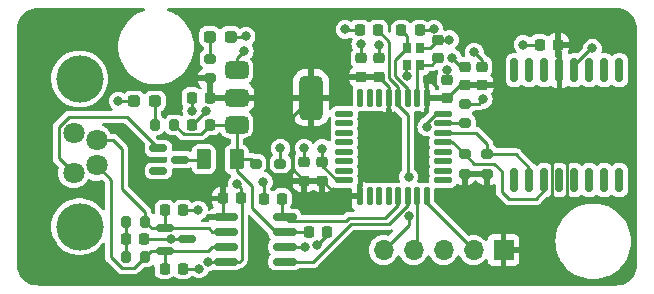
<source format=gtl>
G04 #@! TF.GenerationSoftware,KiCad,Pcbnew,8.0.8*
G04 #@! TF.CreationDate,2025-02-03T14:10:50+01:00*
G04 #@! TF.ProjectId,ASS,4153532e-6b69-4636-9164-5f7063625858,rev?*
G04 #@! TF.SameCoordinates,PX5f5e100PY4c4b400*
G04 #@! TF.FileFunction,Copper,L1,Top*
G04 #@! TF.FilePolarity,Positive*
%FSLAX46Y46*%
G04 Gerber Fmt 4.6, Leading zero omitted, Abs format (unit mm)*
G04 Created by KiCad (PCBNEW 8.0.8) date 2025-02-03 14:10:50*
%MOMM*%
%LPD*%
G01*
G04 APERTURE LIST*
G04 Aperture macros list*
%AMRoundRect*
0 Rectangle with rounded corners*
0 $1 Rounding radius*
0 $2 $3 $4 $5 $6 $7 $8 $9 X,Y pos of 4 corners*
0 Add a 4 corners polygon primitive as box body*
4,1,4,$2,$3,$4,$5,$6,$7,$8,$9,$2,$3,0*
0 Add four circle primitives for the rounded corners*
1,1,$1+$1,$2,$3*
1,1,$1+$1,$4,$5*
1,1,$1+$1,$6,$7*
1,1,$1+$1,$8,$9*
0 Add four rect primitives between the rounded corners*
20,1,$1+$1,$2,$3,$4,$5,0*
20,1,$1+$1,$4,$5,$6,$7,0*
20,1,$1+$1,$6,$7,$8,$9,0*
20,1,$1+$1,$8,$9,$2,$3,0*%
G04 Aperture macros list end*
G04 #@! TA.AperFunction,SMDPad,CuDef*
%ADD10R,0.800000X0.900000*%
G04 #@! TD*
G04 #@! TA.AperFunction,SMDPad,CuDef*
%ADD11RoundRect,0.150000X-0.587500X-0.150000X0.587500X-0.150000X0.587500X0.150000X-0.587500X0.150000X0*%
G04 #@! TD*
G04 #@! TA.AperFunction,SMDPad,CuDef*
%ADD12RoundRect,0.200000X0.275000X-0.200000X0.275000X0.200000X-0.275000X0.200000X-0.275000X-0.200000X0*%
G04 #@! TD*
G04 #@! TA.AperFunction,SMDPad,CuDef*
%ADD13RoundRect,0.225000X0.250000X-0.225000X0.250000X0.225000X-0.250000X0.225000X-0.250000X-0.225000X0*%
G04 #@! TD*
G04 #@! TA.AperFunction,SMDPad,CuDef*
%ADD14RoundRect,0.225000X0.225000X0.250000X-0.225000X0.250000X-0.225000X-0.250000X0.225000X-0.250000X0*%
G04 #@! TD*
G04 #@! TA.AperFunction,SMDPad,CuDef*
%ADD15RoundRect,0.237500X-0.287500X-0.237500X0.287500X-0.237500X0.287500X0.237500X-0.287500X0.237500X0*%
G04 #@! TD*
G04 #@! TA.AperFunction,SMDPad,CuDef*
%ADD16RoundRect,0.225000X-0.225000X-0.250000X0.225000X-0.250000X0.225000X0.250000X-0.225000X0.250000X0*%
G04 #@! TD*
G04 #@! TA.AperFunction,SMDPad,CuDef*
%ADD17RoundRect,0.250000X-0.375000X-0.625000X0.375000X-0.625000X0.375000X0.625000X-0.375000X0.625000X0*%
G04 #@! TD*
G04 #@! TA.AperFunction,SMDPad,CuDef*
%ADD18RoundRect,0.200000X0.200000X0.275000X-0.200000X0.275000X-0.200000X-0.275000X0.200000X-0.275000X0*%
G04 #@! TD*
G04 #@! TA.AperFunction,SMDPad,CuDef*
%ADD19RoundRect,0.200000X-0.275000X-0.200000X0.275000X-0.200000X0.275000X0.200000X-0.275000X0.200000X0*%
G04 #@! TD*
G04 #@! TA.AperFunction,ComponentPad*
%ADD20C,1.800000*%
G04 #@! TD*
G04 #@! TA.AperFunction,ComponentPad*
%ADD21C,4.000000*%
G04 #@! TD*
G04 #@! TA.AperFunction,SMDPad,CuDef*
%ADD22RoundRect,0.150000X0.825000X0.150000X-0.825000X0.150000X-0.825000X-0.150000X0.825000X-0.150000X0*%
G04 #@! TD*
G04 #@! TA.AperFunction,SMDPad,CuDef*
%ADD23RoundRect,0.237500X0.287500X0.237500X-0.287500X0.237500X-0.287500X-0.237500X0.287500X-0.237500X0*%
G04 #@! TD*
G04 #@! TA.AperFunction,SMDPad,CuDef*
%ADD24RoundRect,0.200000X-0.200000X-0.275000X0.200000X-0.275000X0.200000X0.275000X-0.200000X0.275000X0*%
G04 #@! TD*
G04 #@! TA.AperFunction,SMDPad,CuDef*
%ADD25RoundRect,0.375000X-0.625000X-0.375000X0.625000X-0.375000X0.625000X0.375000X-0.625000X0.375000X0*%
G04 #@! TD*
G04 #@! TA.AperFunction,SMDPad,CuDef*
%ADD26RoundRect,0.500000X-0.500000X-1.400000X0.500000X-1.400000X0.500000X1.400000X-0.500000X1.400000X0*%
G04 #@! TD*
G04 #@! TA.AperFunction,SMDPad,CuDef*
%ADD27RoundRect,0.150000X-0.150000X0.875000X-0.150000X-0.875000X0.150000X-0.875000X0.150000X0.875000X0*%
G04 #@! TD*
G04 #@! TA.AperFunction,SMDPad,CuDef*
%ADD28RoundRect,0.225000X-0.250000X0.225000X-0.250000X-0.225000X0.250000X-0.225000X0.250000X0.225000X0*%
G04 #@! TD*
G04 #@! TA.AperFunction,ComponentPad*
%ADD29R,1.700000X1.700000*%
G04 #@! TD*
G04 #@! TA.AperFunction,ComponentPad*
%ADD30O,1.700000X1.700000*%
G04 #@! TD*
G04 #@! TA.AperFunction,SMDPad,CuDef*
%ADD31RoundRect,0.125000X-0.125000X0.625000X-0.125000X-0.625000X0.125000X-0.625000X0.125000X0.625000X0*%
G04 #@! TD*
G04 #@! TA.AperFunction,SMDPad,CuDef*
%ADD32RoundRect,0.125000X-0.625000X0.125000X-0.625000X-0.125000X0.625000X-0.125000X0.625000X0.125000X0*%
G04 #@! TD*
G04 #@! TA.AperFunction,ViaPad*
%ADD33C,0.800000*%
G04 #@! TD*
G04 #@! TA.AperFunction,Conductor*
%ADD34C,0.250000*%
G04 #@! TD*
G04 APERTURE END LIST*
D10*
X33227500Y20340000D03*
X33227500Y18940000D03*
X34327500Y18940000D03*
X34327500Y20340000D03*
D11*
X12212500Y9962500D03*
X14087500Y10912500D03*
X12212500Y11862500D03*
D12*
X38140000Y9695000D03*
X38140000Y11345000D03*
D13*
X36687500Y16125000D03*
X36687500Y17675000D03*
D14*
X22670000Y7600000D03*
X21120000Y7600000D03*
D13*
X39620000Y17225000D03*
X39620000Y18775000D03*
X24557500Y9120000D03*
X24557500Y10670000D03*
D14*
X16590000Y13860000D03*
X15040000Y13860000D03*
D12*
X16580000Y17800000D03*
X16580000Y19450000D03*
D15*
X10175000Y15850000D03*
X11925000Y15850000D03*
D16*
X24967500Y4800000D03*
X26517500Y4800000D03*
D12*
X40060000Y9695000D03*
X40060000Y11345000D03*
D14*
X14292500Y1680948D03*
X12742500Y1680948D03*
X16600000Y16150000D03*
X15050000Y16150000D03*
D17*
X16060000Y10932500D03*
X18860000Y10932500D03*
D13*
X29367500Y17940000D03*
X29367500Y19490000D03*
D18*
X11085000Y2670000D03*
X9435000Y2670000D03*
D16*
X12762500Y6620948D03*
X14312500Y6620948D03*
X29245000Y21890000D03*
X30795000Y21890000D03*
D13*
X30867500Y17940000D03*
X30867500Y19490000D03*
D19*
X20450000Y10580000D03*
X22550000Y10580000D03*
D20*
X5040000Y9790000D03*
X6990000Y10415000D03*
X5040000Y13190000D03*
X6990000Y12565000D03*
D21*
X5540000Y17740000D03*
X5540000Y5240000D03*
D22*
X22907500Y2259052D03*
X22907500Y3529052D03*
X22907500Y4799052D03*
X22907500Y6069052D03*
X17957500Y6069052D03*
X17957500Y4799052D03*
X17957500Y3529052D03*
X17957500Y2259052D03*
D16*
X32787500Y21850000D03*
X34337500Y21850000D03*
D23*
X18325000Y21330000D03*
X16575000Y21330000D03*
D24*
X9432500Y5650948D03*
X11082500Y5650948D03*
D16*
X17695000Y7620000D03*
X19245000Y7620000D03*
D18*
X13575000Y13850000D03*
X11925000Y13850000D03*
D25*
X18830000Y18460000D03*
X18830000Y16160000D03*
D26*
X25130000Y16160000D03*
D25*
X18830000Y13860000D03*
D27*
X51255000Y18470000D03*
X49985000Y18470000D03*
X48715000Y18470000D03*
X47445000Y18470000D03*
X46175000Y18470000D03*
X44905000Y18470000D03*
X43635000Y18470000D03*
X42365000Y18470000D03*
X42365000Y9170000D03*
X43635000Y9170000D03*
X44905000Y9170000D03*
X46175000Y9170000D03*
X47445000Y9170000D03*
X48715000Y9170000D03*
X49985000Y9170000D03*
X51255000Y9170000D03*
D28*
X35927500Y21040000D03*
X35927500Y19490000D03*
D14*
X46050000Y20647500D03*
X44500000Y20647500D03*
D11*
X12745000Y5100000D03*
X12745000Y3200000D03*
X14620000Y4150000D03*
D12*
X38200000Y13975000D03*
X38200000Y15625000D03*
D13*
X26090000Y9140000D03*
X26090000Y10690000D03*
X38150000Y17225000D03*
X38150000Y18775000D03*
D29*
X41437500Y3260000D03*
D30*
X38897500Y3260000D03*
X36357500Y3260000D03*
X33817500Y3260000D03*
X31277500Y3260000D03*
D14*
X10995000Y4150000D03*
X9445000Y4150000D03*
D31*
X34917500Y16145000D03*
X34117500Y16145000D03*
X33317500Y16145000D03*
X32517500Y16145000D03*
X31717500Y16145000D03*
X30917500Y16145000D03*
X30117500Y16145000D03*
X29317500Y16145000D03*
D32*
X27942500Y14770000D03*
X27942500Y13970000D03*
X27942500Y13170000D03*
X27942500Y12370000D03*
X27942500Y11570000D03*
X27942500Y10770000D03*
X27942500Y9970000D03*
X27942500Y9170000D03*
D31*
X29317500Y7795000D03*
X30117500Y7795000D03*
X30917500Y7795000D03*
X31717500Y7795000D03*
X32517500Y7795000D03*
X33317500Y7795000D03*
X34117500Y7795000D03*
X34917500Y7795000D03*
D32*
X36292500Y9170000D03*
X36292500Y9970000D03*
X36292500Y10770000D03*
X36292500Y11570000D03*
X36292500Y12370000D03*
X36292500Y13170000D03*
X36292500Y13970000D03*
X36292500Y14770000D03*
D33*
X29600000Y14500000D03*
X36100000Y8000000D03*
X20800000Y12000000D03*
X17600000Y9300000D03*
X28100000Y16000000D03*
X34700000Y9400000D03*
X19900000Y12500000D03*
X20400000Y4900000D03*
X19470000Y20130000D03*
X26090000Y11850000D03*
X33256403Y17976403D03*
X28040000Y21930000D03*
X29370000Y20670000D03*
X8830000Y15850000D03*
X13300000Y4150000D03*
X25641097Y3638903D03*
X36847500Y21060000D03*
X15600000Y6620000D03*
X15670000Y1680000D03*
X35540000Y21940000D03*
X37100000Y19500000D03*
X15050000Y15040000D03*
X24567500Y11870000D03*
X24640000Y3530000D03*
X21106250Y9040000D03*
X39700000Y16000000D03*
X36687500Y18487500D03*
X43110000Y20647500D03*
X22550000Y11860000D03*
X18882347Y8872347D03*
X19630000Y21340000D03*
X38970000Y19990000D03*
X16250000Y15030000D03*
X30870000Y20640000D03*
X16440000Y2250000D03*
X34958264Y13694344D03*
X48970000Y20320000D03*
X33392501Y6094697D03*
X33410000Y9410000D03*
D34*
X46280000Y7310000D02*
X46800000Y7830000D01*
X39620000Y17225000D02*
X38150000Y17225000D01*
X29312500Y7800000D02*
X29317500Y7795000D01*
X18830000Y16160000D02*
X16610000Y16160000D01*
X27430000Y7800000D02*
X29312500Y7800000D01*
X23600000Y10077500D02*
X24557500Y9120000D01*
X26090000Y9140000D02*
X27430000Y7800000D01*
X17695000Y6331552D02*
X17957500Y6069052D01*
X45550000Y10900000D02*
X45550000Y7770000D01*
X37787500Y17225000D02*
X36687500Y16125000D01*
X26070000Y9120000D02*
X26090000Y9140000D01*
X34917500Y16145000D02*
X36667500Y16145000D01*
X36687500Y16125000D02*
X36367500Y16125000D01*
X45550000Y7770000D02*
X45130000Y7350000D01*
X46175000Y18470000D02*
X46175000Y20522500D01*
X24557500Y9120000D02*
X26070000Y9120000D01*
X46800000Y7830000D02*
X46800000Y10900000D01*
X31717500Y17090000D02*
X30867500Y17940000D01*
X16610000Y16160000D02*
X16600000Y16150000D01*
X31717500Y16145000D02*
X31717500Y17090000D01*
X38150000Y17225000D02*
X37787500Y17225000D01*
X23600000Y14630000D02*
X23600000Y10077500D01*
X16600000Y16150000D02*
X16600000Y17780000D01*
X25130000Y16160000D02*
X23600000Y14630000D01*
X16600000Y17780000D02*
X16580000Y17800000D01*
X31717500Y16734860D02*
X31717500Y16145000D01*
X31717500Y16145000D02*
X31720000Y16142500D01*
X36667500Y16145000D02*
X36687500Y16125000D01*
X46175000Y20522500D02*
X46050000Y20647500D01*
X30867500Y17940000D02*
X29367500Y17940000D01*
X17695000Y7620000D02*
X17695000Y6331552D01*
X14292500Y1680948D02*
X15669052Y1680948D01*
X34327500Y21840000D02*
X34337500Y21850000D01*
X34958264Y13694344D02*
X34958264Y14025624D01*
X26090000Y10690000D02*
X26090000Y11850000D01*
X15669052Y1680948D02*
X15670000Y1680000D01*
X33256403Y17976403D02*
X33220000Y18012806D01*
X29370000Y20670000D02*
X29370000Y19492500D01*
X48970000Y20320000D02*
X48864092Y20320000D01*
X18882347Y8872347D02*
X19245000Y8509694D01*
X38200000Y15625000D02*
X39325000Y15625000D01*
X19620000Y21330000D02*
X19630000Y21340000D01*
X36847500Y21060000D02*
X35947500Y21060000D01*
X26517500Y4515306D02*
X26517500Y4800000D01*
X24639052Y3529052D02*
X24640000Y3530000D01*
X28040000Y21930000D02*
X28080000Y21890000D01*
X48864092Y20320000D02*
X47445000Y18900908D01*
X25641097Y3638903D02*
X26517500Y4515306D01*
X19257500Y2437500D02*
X19079052Y2259052D01*
X19079052Y2259052D02*
X17957500Y2259052D01*
X13300000Y4150000D02*
X10995000Y4150000D01*
X27319052Y9170000D02*
X26090000Y10399052D01*
X13300000Y4150000D02*
X14620000Y4150000D01*
X15050000Y15040000D02*
X15050000Y16150000D01*
X34327500Y20340000D02*
X35227500Y20340000D01*
X30870000Y20640000D02*
X30867500Y20637500D01*
X34958264Y14025624D02*
X35702640Y14770000D01*
X38150000Y18775000D02*
X37825000Y18775000D01*
X24567500Y10680000D02*
X24557500Y10670000D01*
X35450000Y21850000D02*
X34337500Y21850000D01*
X33220000Y18012806D02*
X33220000Y18932500D01*
X35540000Y21940000D02*
X35450000Y21850000D01*
X17948448Y2250000D02*
X17957500Y2259052D01*
X18830000Y19490000D02*
X18830000Y18460000D01*
X16210000Y15030000D02*
X15040000Y13860000D01*
X19245000Y8509694D02*
X19245000Y7620000D01*
X35227500Y20340000D02*
X35927500Y21040000D01*
X35947500Y21060000D02*
X35927500Y21040000D01*
X27942500Y9170000D02*
X27319052Y9170000D01*
X39325000Y15625000D02*
X39700000Y16000000D01*
X29362500Y19495000D02*
X29367500Y19490000D01*
X28080000Y21890000D02*
X29245000Y21890000D01*
X21120000Y9026250D02*
X21120000Y7600000D01*
X26090000Y10399052D02*
X26090000Y10690000D01*
X19470000Y20130000D02*
X18830000Y19490000D01*
X35702640Y14770000D02*
X36292500Y14770000D01*
X18325000Y21330000D02*
X19620000Y21330000D01*
X33220000Y18932500D02*
X33227500Y18940000D01*
X22907500Y3529052D02*
X24639052Y3529052D01*
X25888299Y3886105D02*
X25888299Y3928903D01*
X14312500Y6620948D02*
X15599052Y6620948D01*
X8830000Y15850000D02*
X10175000Y15850000D01*
X16360000Y2250000D02*
X17948448Y2250000D01*
X30867500Y20637500D02*
X30867500Y19490000D01*
X21106250Y9040000D02*
X21120000Y9026250D01*
X37825000Y18775000D02*
X37100000Y19500000D01*
X24567500Y11870000D02*
X24567500Y10680000D01*
X25641097Y3638903D02*
X25888299Y3886105D01*
X22550000Y11860000D02*
X22550000Y10580000D01*
X44500000Y20647500D02*
X43110000Y20647500D01*
X47445000Y18900908D02*
X47445000Y18470000D01*
X15599052Y6620948D02*
X15600000Y6620000D01*
X29370000Y19492500D02*
X29367500Y19490000D01*
X36687500Y18487500D02*
X36687500Y17675000D01*
X39620000Y19340000D02*
X39620000Y18775000D01*
X19257500Y7607500D02*
X19257500Y2437500D01*
X15040000Y16140000D02*
X15050000Y16150000D01*
X19245000Y7620000D02*
X19257500Y7607500D01*
X16250000Y15030000D02*
X16210000Y15030000D01*
X24577500Y10690000D02*
X24557500Y10670000D01*
X38970000Y19990000D02*
X39620000Y19340000D01*
X9432500Y5650948D02*
X9432500Y4162500D01*
X9445000Y2680000D02*
X9435000Y2670000D01*
X9432500Y4162500D02*
X9445000Y4150000D01*
X9445000Y4150000D02*
X9445000Y2680000D01*
X9392500Y2610948D02*
X9395000Y2610948D01*
X11625000Y3210000D02*
X12735000Y3210000D01*
X16780948Y3529052D02*
X17957500Y3529052D01*
X6990000Y10415000D02*
X8220000Y9185000D01*
X12735000Y3210000D02*
X12745000Y3200000D01*
X12745000Y3200000D02*
X16450000Y3200000D01*
X8220000Y9185000D02*
X8220000Y2661996D01*
X12745000Y1683448D02*
X12742500Y1680948D01*
X16450000Y3200000D02*
X16780000Y3530000D01*
X11085000Y2670000D02*
X11625000Y3210000D01*
X16780000Y3530000D02*
X16780948Y3529052D01*
X12745000Y3200000D02*
X12745000Y1683448D01*
X9171996Y1710000D02*
X10125000Y1710000D01*
X8220000Y2661996D02*
X9171996Y1710000D01*
X10125000Y1710000D02*
X11085000Y2670000D01*
X9125153Y8434847D02*
X11082500Y6477500D01*
X12762500Y6620948D02*
X12762500Y5117500D01*
X16490000Y5100000D02*
X16790948Y4799052D01*
X16790948Y4799052D02*
X17957500Y4799052D01*
X6990000Y12565000D02*
X6990000Y13315000D01*
X11633448Y5100000D02*
X12745000Y5100000D01*
X11082500Y6477500D02*
X11082500Y5650948D01*
X12762500Y6792500D02*
X12762500Y6620948D01*
X6990000Y12565000D02*
X8355000Y12565000D01*
X16490000Y5100000D02*
X12745000Y5100000D01*
X12762500Y5117500D02*
X12745000Y5100000D01*
X11082500Y5650948D02*
X11633448Y5100000D01*
X9125153Y11794847D02*
X9125153Y8434847D01*
X8355000Y12565000D02*
X9125153Y11794847D01*
X13575000Y13850000D02*
X14365000Y13060000D01*
X18860000Y13830000D02*
X18830000Y13860000D01*
X18857500Y10935000D02*
X18860000Y10932500D01*
X24966552Y4799052D02*
X24967500Y4800000D01*
X14365000Y13060000D02*
X15790000Y13060000D01*
X18860000Y9920000D02*
X20110000Y8670000D01*
X19212500Y10580000D02*
X18860000Y10932500D01*
X18830000Y13860000D02*
X16590000Y13860000D01*
X18850000Y10922500D02*
X18860000Y10932500D01*
X20097500Y10932500D02*
X20450000Y10580000D01*
X20110000Y6830000D02*
X22140948Y4799052D01*
X15790000Y13060000D02*
X16590000Y13860000D01*
X18860000Y10932500D02*
X20097500Y10932500D01*
X22907500Y4799052D02*
X24966552Y4799052D01*
X18860000Y10932500D02*
X18860000Y9920000D01*
X22140948Y4799052D02*
X22907500Y4799052D01*
X18860000Y10932500D02*
X18860000Y13830000D01*
X20110000Y8670000D02*
X20110000Y6830000D01*
X31422499Y5950000D02*
X32517500Y7045001D01*
X22907500Y6069052D02*
X23306552Y5670000D01*
X23306552Y5670000D02*
X28061104Y5670000D01*
X32517500Y7045001D02*
X32517500Y7795000D01*
X22670000Y6306552D02*
X22907500Y6069052D01*
X22670000Y7600000D02*
X22670000Y6306552D01*
X28061104Y5670000D02*
X28341104Y5950000D01*
X28341104Y5950000D02*
X31422499Y5950000D01*
X22927500Y6089052D02*
X22907500Y6069052D01*
X34327500Y18940000D02*
X35377500Y18940000D01*
X34117500Y16145000D02*
X34117500Y18730000D01*
X35377500Y18940000D02*
X35927500Y19490000D01*
X34117500Y18730000D02*
X34327500Y18940000D01*
X32557500Y16060000D02*
X32557500Y16714695D01*
X33392501Y6094697D02*
X33392501Y5375001D01*
X32517500Y15555140D02*
X33360000Y14712640D01*
X33392501Y5375001D02*
X31277500Y3260000D01*
X33410000Y9410000D02*
X33360000Y9460000D01*
X30795000Y21890000D02*
X31777500Y20907500D01*
X31777500Y20907500D02*
X31777500Y17780000D01*
X32517500Y16145000D02*
X32517500Y15555140D01*
X32517500Y17040000D02*
X32517500Y16145000D01*
X33360000Y9460000D02*
X33360000Y14712640D01*
X31777500Y17780000D02*
X32517500Y17040000D01*
X14087500Y10912500D02*
X16040000Y10912500D01*
X16040000Y10912500D02*
X16060000Y10932500D01*
X3815000Y11015000D02*
X3815000Y13697412D01*
X3815000Y13697412D02*
X4627588Y14510000D01*
X9565000Y14510000D02*
X12212500Y11862500D01*
X4627588Y14510000D02*
X9565000Y14510000D01*
X5040000Y9790000D02*
X3815000Y11015000D01*
X34117500Y3560000D02*
X34117500Y7795000D01*
X33817500Y3260000D02*
X34117500Y3560000D01*
X34107500Y7785000D02*
X34117500Y7795000D01*
X38897500Y3260000D02*
X34917500Y7240000D01*
X34917500Y7240000D02*
X34917500Y7795000D01*
X16575000Y21330000D02*
X16575000Y19455000D01*
X16575000Y19455000D02*
X16580000Y19450000D01*
X32247500Y19360000D02*
X32247500Y17960000D01*
X33240000Y20352500D02*
X33240000Y21397500D01*
X33227500Y20340000D02*
X33240000Y20352500D01*
X33317500Y16890000D02*
X33317500Y16145000D01*
X33240000Y21397500D02*
X32787500Y21850000D01*
X33227500Y20340000D02*
X32247500Y19360000D01*
X32247500Y17960000D02*
X33317500Y16890000D01*
X41290000Y8200000D02*
X41930000Y7560000D01*
X38140000Y11345000D02*
X38945000Y10540000D01*
X37115000Y12370000D02*
X38140000Y11345000D01*
X41290000Y9910000D02*
X41290000Y8200000D01*
X44170000Y7560000D02*
X44905000Y8295000D01*
X41930000Y7560000D02*
X44170000Y7560000D01*
X38945000Y10540000D02*
X40660000Y10540000D01*
X44905000Y8295000D02*
X44905000Y9170000D01*
X36292500Y12370000D02*
X37115000Y12370000D01*
X40660000Y10540000D02*
X41290000Y9910000D01*
X36292500Y13170000D02*
X39120000Y13170000D01*
X40060000Y11345000D02*
X42484999Y11345000D01*
X43635000Y10194999D02*
X43635000Y9170000D01*
X42484999Y11345000D02*
X43635000Y10194999D01*
X39120000Y13170000D02*
X40060000Y12230000D01*
X40060000Y12230000D02*
X40060000Y11345000D01*
X22907500Y2259052D02*
X25286552Y2259052D01*
X31772499Y5500000D02*
X33317500Y7045001D01*
X33317500Y7045001D02*
X33317500Y7795000D01*
X25286552Y2259052D02*
X28527500Y5500000D01*
X28527500Y5500000D02*
X31772499Y5500000D01*
X38200000Y13975000D02*
X36297500Y13975000D01*
X36297500Y13975000D02*
X36292500Y13970000D01*
X11925000Y13850000D02*
X11925000Y15850000D01*
G04 #@! TA.AperFunction,Conductor*
G36*
X16450140Y6319052D02*
G01*
X17833500Y6319052D01*
X17900539Y6299367D01*
X17946294Y6246563D01*
X17957500Y6195052D01*
X17957500Y5943052D01*
X17937815Y5876013D01*
X17885011Y5830258D01*
X17833500Y5819052D01*
X16485205Y5819052D01*
X16485204Y5819051D01*
X16485399Y5816566D01*
X16494833Y5784095D01*
X16494633Y5714225D01*
X16456691Y5655555D01*
X16393052Y5626712D01*
X16375756Y5625500D01*
X15911404Y5625500D01*
X15844365Y5645185D01*
X15798610Y5697989D01*
X15788666Y5767147D01*
X15817691Y5830703D01*
X15870449Y5866541D01*
X15949519Y5894210D01*
X15949518Y5894210D01*
X15949522Y5894211D01*
X16102262Y5990184D01*
X16229816Y6117738D01*
X16322327Y6264970D01*
X16374661Y6311259D01*
X16443714Y6321908D01*
X16450140Y6319052D01*
G37*
G04 #@! TD.AperFunction*
G04 #@! TA.AperFunction,Conductor*
G36*
X9363008Y13964815D02*
G01*
X9383650Y13948181D01*
X11056642Y12275189D01*
X11090127Y12213866D01*
X11085710Y12152109D01*
X11087070Y12151765D01*
X11085122Y12144063D01*
X11080814Y12108181D01*
X11074500Y12055602D01*
X11074500Y11669398D01*
X11075951Y11657318D01*
X11085122Y11580939D01*
X11085122Y11580937D01*
X11085123Y11580936D01*
X11089741Y11569226D01*
X11140639Y11440157D01*
X11232077Y11319578D01*
X11352656Y11228140D01*
X11352657Y11228140D01*
X11352658Y11228139D01*
X11493436Y11172623D01*
X11581898Y11162000D01*
X11581903Y11162000D01*
X12825500Y11162000D01*
X12892539Y11142315D01*
X12938294Y11089511D01*
X12949500Y11038000D01*
X12949500Y10787000D01*
X12929815Y10719961D01*
X12877011Y10674206D01*
X12825500Y10663000D01*
X11581898Y10663000D01*
X11542853Y10658312D01*
X11493438Y10652378D01*
X11352656Y10596861D01*
X11232077Y10505423D01*
X11140639Y10384844D01*
X11085122Y10244062D01*
X11080424Y10204933D01*
X11074500Y10155602D01*
X11074500Y9769398D01*
X11079815Y9725141D01*
X11085122Y9680939D01*
X11085122Y9680937D01*
X11085123Y9680936D01*
X11094562Y9657001D01*
X11140639Y9540157D01*
X11232077Y9419578D01*
X11352656Y9328140D01*
X11352657Y9328140D01*
X11352658Y9328139D01*
X11493436Y9272623D01*
X11581898Y9262000D01*
X11581903Y9262000D01*
X12843097Y9262000D01*
X12843102Y9262000D01*
X12931564Y9272623D01*
X13072342Y9328139D01*
X13192922Y9419578D01*
X13284361Y9540158D01*
X13339877Y9680936D01*
X13350500Y9769398D01*
X13350500Y10088000D01*
X13370185Y10155039D01*
X13422989Y10200794D01*
X13474500Y10212000D01*
X14718097Y10212000D01*
X14718102Y10212000D01*
X14806564Y10222623D01*
X14882464Y10252555D01*
X14952047Y10258836D01*
X15013984Y10226500D01*
X15047028Y10171795D01*
X15083253Y10047107D01*
X15083255Y10047104D01*
X15166917Y9905638D01*
X15166923Y9905630D01*
X15283129Y9789424D01*
X15283133Y9789421D01*
X15283135Y9789419D01*
X15424602Y9705756D01*
X15461624Y9695000D01*
X15582426Y9659903D01*
X15582429Y9659903D01*
X15582431Y9659902D01*
X15619306Y9657000D01*
X15619314Y9657000D01*
X16500686Y9657000D01*
X16500694Y9657000D01*
X16537569Y9659902D01*
X16537571Y9659903D01*
X16537573Y9659903D01*
X16590620Y9675315D01*
X16695398Y9705756D01*
X16836865Y9789419D01*
X16953081Y9905635D01*
X17036744Y10047102D01*
X17077770Y10188314D01*
X17082597Y10204927D01*
X17082598Y10204933D01*
X17083990Y10222623D01*
X17085500Y10241806D01*
X17085500Y11623194D01*
X17082598Y11660069D01*
X17082457Y11660553D01*
X17036745Y11817894D01*
X17036744Y11817897D01*
X17036744Y11817898D01*
X16953081Y11959365D01*
X16953079Y11959367D01*
X16953076Y11959371D01*
X16836870Y12075577D01*
X16836862Y12075583D01*
X16721066Y12144064D01*
X16695398Y12159244D01*
X16695397Y12159245D01*
X16695396Y12159245D01*
X16695393Y12159246D01*
X16537573Y12205098D01*
X16537567Y12205099D01*
X16500701Y12208000D01*
X16500694Y12208000D01*
X15619306Y12208000D01*
X15619298Y12208000D01*
X15582432Y12205099D01*
X15582426Y12205098D01*
X15424606Y12159246D01*
X15424603Y12159245D01*
X15283137Y12075583D01*
X15283129Y12075577D01*
X15166923Y11959371D01*
X15166917Y11959363D01*
X15083255Y11817897D01*
X15083253Y11817894D01*
X15036602Y11657318D01*
X14998996Y11598432D01*
X14935523Y11569226D01*
X14872037Y11576558D01*
X14806563Y11602378D01*
X14753978Y11608692D01*
X14718102Y11613000D01*
X13474500Y11613000D01*
X13407461Y11632685D01*
X13361706Y11685489D01*
X13350500Y11737000D01*
X13350500Y12055597D01*
X13350500Y12055602D01*
X13339877Y12144064D01*
X13284361Y12284842D01*
X13284360Y12284843D01*
X13284360Y12284844D01*
X13192922Y12405423D01*
X13072343Y12496861D01*
X12931561Y12552378D01*
X12885926Y12557858D01*
X12843102Y12563000D01*
X12843097Y12563000D01*
X12306531Y12563000D01*
X12239492Y12582685D01*
X12218850Y12599319D01*
X12055349Y12762820D01*
X12021864Y12824143D01*
X12026848Y12893835D01*
X12068720Y12949768D01*
X12134184Y12974185D01*
X12143030Y12974501D01*
X12164363Y12974501D01*
X12281753Y12989954D01*
X12281757Y12989956D01*
X12281762Y12989956D01*
X12427841Y13050464D01*
X12553282Y13146718D01*
X12649536Y13272159D01*
X12649535Y13272159D01*
X12651624Y13274880D01*
X12708052Y13316083D01*
X12777798Y13320238D01*
X12838718Y13286026D01*
X12848376Y13274880D01*
X12934918Y13162095D01*
X12946718Y13146718D01*
X13072159Y13050464D01*
X13218238Y12989956D01*
X13335639Y12974500D01*
X13655967Y12974501D01*
X13723006Y12954817D01*
X13743648Y12938182D01*
X14042335Y12639495D01*
X14042336Y12639494D01*
X14042338Y12639493D01*
X14162161Y12570313D01*
X14162162Y12570313D01*
X14162165Y12570311D01*
X14295817Y12534499D01*
X14295819Y12534499D01*
X14441780Y12534499D01*
X14441796Y12534500D01*
X15713205Y12534500D01*
X15713221Y12534499D01*
X15720817Y12534499D01*
X15859181Y12534499D01*
X15859183Y12534499D01*
X15973011Y12565000D01*
X15992836Y12570312D01*
X16112665Y12639495D01*
X16210505Y12737335D01*
X16210505Y12737337D01*
X16220709Y12747540D01*
X16220713Y12747545D01*
X16421350Y12948182D01*
X16482673Y12981667D01*
X16509031Y12984501D01*
X16878150Y12984501D01*
X16878162Y12984501D01*
X16913627Y12987291D01*
X17065390Y13031382D01*
X17201420Y13111830D01*
X17293412Y13203823D01*
X17354733Y13237306D01*
X17424425Y13232322D01*
X17480359Y13190451D01*
X17498132Y13157098D01*
X17501877Y13146396D01*
X17501878Y13146394D01*
X17594853Y12998424D01*
X17718424Y12874853D01*
X17866394Y12781878D01*
X18031343Y12724159D01*
X18031349Y12724159D01*
X18031351Y12724158D01*
X18072750Y12719494D01*
X18161442Y12709501D01*
X18161445Y12709500D01*
X18161448Y12709500D01*
X18210500Y12709500D01*
X18277539Y12689815D01*
X18323294Y12637011D01*
X18334500Y12585500D01*
X18334500Y12284275D01*
X18314815Y12217236D01*
X18262011Y12171481D01*
X18245097Y12165199D01*
X18224603Y12159245D01*
X18083137Y12075583D01*
X18083129Y12075577D01*
X17966923Y11959371D01*
X17966917Y11959363D01*
X17883255Y11817897D01*
X17883254Y11817894D01*
X17837402Y11660074D01*
X17837401Y11660068D01*
X17834500Y11623202D01*
X17834500Y10241799D01*
X17837401Y10204933D01*
X17837402Y10204927D01*
X17883254Y10047107D01*
X17883255Y10047104D01*
X17966917Y9905638D01*
X17966923Y9905630D01*
X18083129Y9789424D01*
X18083133Y9789421D01*
X18083135Y9789419D01*
X18224602Y9705756D01*
X18241044Y9700979D01*
X18301494Y9683416D01*
X18360380Y9645810D01*
X18389586Y9582337D01*
X18379840Y9513151D01*
X18354581Y9476659D01*
X18252530Y9374608D01*
X18156558Y9221871D01*
X18096978Y9051602D01*
X18096977Y9051597D01*
X18076782Y8872351D01*
X18076782Y8872344D01*
X18092495Y8732883D01*
X18080440Y8664061D01*
X18033091Y8612682D01*
X17969275Y8595000D01*
X17945000Y8595000D01*
X17945000Y7744000D01*
X17925315Y7676961D01*
X17872511Y7631206D01*
X17821000Y7620000D01*
X17695000Y7620000D01*
X17695000Y7494000D01*
X17675315Y7426961D01*
X17622511Y7381206D01*
X17571000Y7370000D01*
X16745001Y7370000D01*
X16745001Y7321678D01*
X16755144Y7222393D01*
X16808452Y7061519D01*
X16808454Y7061514D01*
X16868200Y6964652D01*
X16886640Y6897260D01*
X16865718Y6830596D01*
X16825783Y6792823D01*
X16730944Y6736735D01*
X16730938Y6736731D01*
X16609300Y6615092D01*
X16607010Y6617382D01*
X16562403Y6585184D01*
X16492635Y6581414D01*
X16431905Y6615962D01*
X16399492Y6677858D01*
X16397879Y6688220D01*
X16385369Y6799250D01*
X16385368Y6799255D01*
X16380340Y6813625D01*
X16325789Y6969522D01*
X16325759Y6969569D01*
X16274455Y7051220D01*
X16229816Y7122262D01*
X16102262Y7249816D01*
X16043355Y7286830D01*
X15949523Y7345789D01*
X15779254Y7405369D01*
X15779249Y7405370D01*
X15600004Y7425565D01*
X15599996Y7425565D01*
X15420750Y7405370D01*
X15420745Y7405369D01*
X15250476Y7345789D01*
X15147988Y7281391D01*
X15080751Y7262391D01*
X15013916Y7282759D01*
X14994335Y7298704D01*
X14923925Y7369114D01*
X14923916Y7369121D01*
X14787890Y7449566D01*
X14787885Y7449568D01*
X14636133Y7493656D01*
X14636120Y7493658D01*
X14600663Y7496448D01*
X14024349Y7496448D01*
X14024324Y7496447D01*
X13988872Y7493657D01*
X13837114Y7449568D01*
X13837109Y7449566D01*
X13701083Y7369121D01*
X13701074Y7369114D01*
X13625181Y7293220D01*
X13563858Y7259735D01*
X13494166Y7264719D01*
X13449819Y7293220D01*
X13373925Y7369114D01*
X13373916Y7369121D01*
X13237890Y7449566D01*
X13237885Y7449568D01*
X13086133Y7493656D01*
X13086120Y7493658D01*
X13050663Y7496448D01*
X12474349Y7496448D01*
X12474324Y7496447D01*
X12438872Y7493657D01*
X12287114Y7449568D01*
X12287109Y7449566D01*
X12151083Y7369121D01*
X12151074Y7369114D01*
X12039334Y7257374D01*
X12039327Y7257365D01*
X11958882Y7121339D01*
X11958880Y7121334D01*
X11914792Y6969582D01*
X11914790Y6969569D01*
X11912000Y6934119D01*
X11912000Y6451277D01*
X11892315Y6384238D01*
X11839511Y6338483D01*
X11770353Y6328539D01*
X11712512Y6352902D01*
X11710782Y6354229D01*
X11710782Y6354230D01*
X11684307Y6374545D01*
X11656513Y6395873D01*
X11615311Y6452302D01*
X11608001Y6494248D01*
X11608001Y6546681D01*
X11608001Y6546683D01*
X11572189Y6680335D01*
X11568236Y6687181D01*
X11503007Y6800162D01*
X11503002Y6800168D01*
X10384847Y7918323D01*
X16745000Y7918323D01*
X16745000Y7870000D01*
X17445000Y7870000D01*
X17445000Y8595001D01*
X17421693Y8595000D01*
X17421674Y8594999D01*
X17322392Y8584856D01*
X17161518Y8531548D01*
X17161507Y8531543D01*
X17017271Y8442576D01*
X17017267Y8442573D01*
X16897427Y8322733D01*
X16897424Y8322729D01*
X16808457Y8178493D01*
X16808452Y8178482D01*
X16755144Y8017607D01*
X16745000Y7918323D01*
X10384847Y7918323D01*
X9686972Y8616198D01*
X9653487Y8677521D01*
X9650653Y8703879D01*
X9650653Y11715662D01*
X9650654Y11715675D01*
X9650654Y11864028D01*
X9650654Y11864030D01*
X9614842Y11997682D01*
X9598166Y12026565D01*
X9545660Y12117509D01*
X9545655Y12117515D01*
X9166309Y12496861D01*
X8782574Y12880595D01*
X8782573Y12880597D01*
X8677666Y12985504D01*
X8677661Y12985508D01*
X8557838Y13054687D01*
X8557831Y13054690D01*
X8528316Y13062599D01*
X8528316Y13062598D01*
X8493604Y13071899D01*
X8424183Y13090501D01*
X8285817Y13090501D01*
X8278221Y13090501D01*
X8278205Y13090500D01*
X8258895Y13090500D01*
X8191856Y13110185D01*
X8146513Y13162095D01*
X8120569Y13217732D01*
X8116474Y13223580D01*
X7990047Y13404139D01*
X7990045Y13404142D01*
X7829141Y13565046D01*
X7642734Y13695568D01*
X7642732Y13695569D01*
X7591605Y13719410D01*
X7530038Y13748119D01*
X7477601Y13794290D01*
X7458449Y13861484D01*
X7478665Y13928365D01*
X7531830Y13973700D01*
X7582445Y13984500D01*
X9295969Y13984500D01*
X9363008Y13964815D01*
G37*
G04 #@! TD.AperFunction*
G04 #@! TA.AperFunction,Conductor*
G36*
X35837359Y18515003D02*
G01*
X35880549Y18460081D01*
X35888652Y18427879D01*
X35902131Y18308246D01*
X35903681Y18301456D01*
X35902135Y18301104D01*
X35905271Y18239673D01*
X35891401Y18205377D01*
X35858881Y18150389D01*
X35858880Y18150386D01*
X35814794Y17998638D01*
X35814790Y17998621D01*
X35812000Y17963171D01*
X35812000Y17386850D01*
X35812001Y17386825D01*
X35814791Y17351373D01*
X35858880Y17199615D01*
X35858882Y17199610D01*
X35939327Y17063584D01*
X35939334Y17063575D01*
X35944870Y17058039D01*
X35978355Y16996716D01*
X35973371Y16927024D01*
X35944871Y16882677D01*
X35872862Y16810667D01*
X35811539Y16777182D01*
X35741847Y16782166D01*
X35685913Y16824037D01*
X35666103Y16863754D01*
X35620654Y17020190D01*
X35540273Y17156109D01*
X35540267Y17156117D01*
X35428616Y17267768D01*
X35428608Y17267774D01*
X35292688Y17348156D01*
X35292687Y17348157D01*
X35167500Y17384528D01*
X35167500Y16395000D01*
X35726138Y16395000D01*
X35793177Y16375315D01*
X35793568Y16375000D01*
X36563500Y16375000D01*
X36630539Y16355315D01*
X36676294Y16302511D01*
X36687500Y16251000D01*
X36687500Y15999000D01*
X36667815Y15931961D01*
X36615011Y15886206D01*
X36563500Y15875000D01*
X35653862Y15875000D01*
X35586823Y15894685D01*
X35586432Y15895000D01*
X35167500Y15895000D01*
X35167500Y15083105D01*
X35158855Y15037617D01*
X35152142Y15020595D01*
X35152141Y15020589D01*
X35149348Y14997338D01*
X35121808Y14933124D01*
X35113914Y14924446D01*
X34635601Y14446131D01*
X34635592Y14446127D01*
X34635594Y14446125D01*
X34620928Y14431461D01*
X34599226Y14414155D01*
X34456003Y14324162D01*
X34328448Y14196607D01*
X34232475Y14043868D01*
X34172895Y13873599D01*
X34172894Y13873594D01*
X34152699Y13694348D01*
X34152699Y13694341D01*
X34172894Y13515095D01*
X34172895Y13515090D01*
X34232475Y13344821D01*
X34308656Y13223580D01*
X34328448Y13192082D01*
X34456002Y13064528D01*
X34471664Y13054687D01*
X34599280Y12974500D01*
X34608742Y12968555D01*
X34666965Y12948182D01*
X34779009Y12908976D01*
X34779014Y12908975D01*
X34958260Y12888779D01*
X34958264Y12888779D01*
X34958267Y12888779D01*
X35061067Y12900362D01*
X35129889Y12888308D01*
X35181269Y12840959D01*
X35190308Y12822626D01*
X35193124Y12815484D01*
X35199402Y12745897D01*
X35193122Y12724510D01*
X35152140Y12620589D01*
X35147981Y12585949D01*
X35142000Y12536144D01*
X35142000Y12203856D01*
X35145888Y12171481D01*
X35152140Y12119412D01*
X35193122Y12015490D01*
X35199403Y11945903D01*
X35193122Y11924510D01*
X35152140Y11820589D01*
X35146565Y11774159D01*
X35142000Y11736144D01*
X35142000Y11403856D01*
X35144805Y11380500D01*
X35152140Y11319412D01*
X35193122Y11215490D01*
X35199403Y11145903D01*
X35193122Y11124510D01*
X35152140Y11020589D01*
X35149114Y10995385D01*
X35142000Y10936144D01*
X35142000Y10603856D01*
X35147272Y10559956D01*
X35152140Y10519412D01*
X35193122Y10415490D01*
X35199403Y10345903D01*
X35193122Y10324510D01*
X35152140Y10220589D01*
X35149021Y10194610D01*
X35142000Y10136144D01*
X35142000Y9803856D01*
X35147243Y9760198D01*
X35152140Y9719412D01*
X35193122Y9615490D01*
X35199403Y9545903D01*
X35193122Y9524510D01*
X35152140Y9420589D01*
X35146619Y9374609D01*
X35142000Y9336144D01*
X35142000Y9336138D01*
X35142000Y9069500D01*
X35122315Y9002461D01*
X35069511Y8956706D01*
X35018000Y8945500D01*
X34751356Y8945500D01*
X34713341Y8940935D01*
X34666911Y8935360D01*
X34562990Y8894378D01*
X34493403Y8888097D01*
X34472010Y8894378D01*
X34368088Y8935360D01*
X34324742Y8940565D01*
X34283644Y8945500D01*
X34283638Y8945500D01*
X34270319Y8945500D01*
X34203280Y8965185D01*
X34157525Y9017989D01*
X34147581Y9087147D01*
X34153277Y9110454D01*
X34195367Y9230743D01*
X34195368Y9230745D01*
X34198896Y9262054D01*
X34215565Y9409997D01*
X34215565Y9410004D01*
X34195369Y9589250D01*
X34195368Y9589255D01*
X34176929Y9641951D01*
X34135789Y9759522D01*
X34130728Y9767576D01*
X34083782Y9842291D01*
X34039816Y9912262D01*
X33921819Y10030259D01*
X33888334Y10091582D01*
X33885500Y10117940D01*
X33885500Y14633455D01*
X33885501Y14633468D01*
X33885501Y14781822D01*
X33873375Y14827074D01*
X33870339Y14838407D01*
X33872002Y14908256D01*
X33911164Y14966119D01*
X33975392Y14993623D01*
X33990114Y14994500D01*
X34283645Y14994500D01*
X34375984Y15005589D01*
X34376200Y15003788D01*
X34436025Y15001520D01*
X34459730Y14990683D01*
X34542309Y14941846D01*
X34542314Y14941844D01*
X34667499Y14905475D01*
X34667500Y14905475D01*
X34667500Y15169055D01*
X34687185Y15236094D01*
X34692698Y15243982D01*
X34704863Y15260024D01*
X34704862Y15260024D01*
X34704864Y15260025D01*
X34757859Y15394410D01*
X34768000Y15478856D01*
X34768000Y16811144D01*
X34757859Y16895590D01*
X34704864Y17029975D01*
X34704863Y17029976D01*
X34704863Y17029977D01*
X34692695Y17046023D01*
X34667873Y17111335D01*
X34667500Y17120947D01*
X34667500Y17399282D01*
X34650755Y17421717D01*
X34643000Y17464882D01*
X34643000Y17965746D01*
X34662685Y18032785D01*
X34715489Y18078540D01*
X34754232Y18088575D01*
X34754206Y18088739D01*
X34755904Y18089009D01*
X34757283Y18089365D01*
X34759008Y18089501D01*
X34759018Y18089501D01*
X34852804Y18104354D01*
X34965842Y18161950D01*
X35055550Y18251658D01*
X35087092Y18313564D01*
X35104026Y18346796D01*
X35152000Y18397591D01*
X35214510Y18414500D01*
X35300705Y18414500D01*
X35300721Y18414499D01*
X35308317Y18414499D01*
X35446681Y18414499D01*
X35446683Y18414499D01*
X35552345Y18442812D01*
X35580336Y18450312D01*
X35700165Y18519495D01*
X35700166Y18519497D01*
X35703432Y18521382D01*
X35771332Y18537855D01*
X35837359Y18515003D01*
G37*
G04 #@! TD.AperFunction*
G04 #@! TA.AperFunction,Conductor*
G36*
X11032935Y23729815D02*
G01*
X11078690Y23677011D01*
X11088634Y23607853D01*
X11059609Y23544297D01*
X11007671Y23508749D01*
X10795369Y23432786D01*
X10795355Y23432781D01*
X10511469Y23298513D01*
X10242120Y23137071D01*
X9989878Y22949996D01*
X9757200Y22739109D01*
X9546313Y22506431D01*
X9359238Y22254189D01*
X9197796Y21984840D01*
X9063528Y21700954D01*
X9063523Y21700940D01*
X8957735Y21405284D01*
X8957733Y21405280D01*
X8957733Y21405277D01*
X8946800Y21361630D01*
X8881431Y21100663D01*
X8835352Y20790032D01*
X8835351Y20790026D01*
X8835351Y20790021D01*
X8819942Y20476367D01*
X8835351Y20162713D01*
X8835351Y20162708D01*
X8835352Y20162703D01*
X8870690Y19924477D01*
X8876942Y19882330D01*
X8881431Y19852072D01*
X8914344Y19720677D01*
X8949927Y19578619D01*
X8957735Y19547451D01*
X9038554Y19321577D01*
X9063528Y19251781D01*
X9197794Y18967898D01*
X9359240Y18698543D01*
X9542553Y18451373D01*
X9546313Y18446304D01*
X9757200Y18213626D01*
X9989878Y18002739D01*
X9989884Y18002734D01*
X10242118Y17815665D01*
X10511473Y17654219D01*
X10795356Y17519953D01*
X11091032Y17414158D01*
X11395653Y17337855D01*
X11706288Y17291776D01*
X12019942Y17276367D01*
X12333596Y17291776D01*
X12644231Y17337855D01*
X12948852Y17414158D01*
X13244528Y17519953D01*
X13528411Y17654219D01*
X13797766Y17815665D01*
X14050000Y18002734D01*
X14109402Y18056573D01*
X15605000Y18056573D01*
X15605000Y18050000D01*
X16456000Y18050000D01*
X16523039Y18030315D01*
X16568794Y17977511D01*
X16580000Y17926000D01*
X16580000Y17800000D01*
X16706000Y17800000D01*
X16773039Y17780315D01*
X16818794Y17727511D01*
X16830000Y17676000D01*
X16830000Y17241434D01*
X16847166Y17209996D01*
X16850000Y17183638D01*
X16850000Y16400000D01*
X17221880Y16400000D01*
X17235004Y16407166D01*
X17261362Y16410000D01*
X20330000Y16410000D01*
X20330000Y16611097D01*
X20327102Y16653825D01*
X20281168Y16838524D01*
X20196609Y17009023D01*
X20196607Y17009026D01*
X20077367Y17157367D01*
X20077366Y17157368D01*
X19931762Y17274408D01*
X19891843Y17331751D01*
X19889263Y17401573D01*
X19924842Y17461706D01*
X19936188Y17470437D01*
X19936130Y17470510D01*
X19941570Y17474850D01*
X19941576Y17474853D01*
X20065147Y17598424D01*
X20077448Y17618001D01*
X23630000Y17618001D01*
X23630000Y16410000D01*
X24880000Y16410000D01*
X25380000Y16410000D01*
X26630000Y16410000D01*
X26630000Y17617998D01*
X26629999Y17618001D01*
X26619391Y17737326D01*
X26619390Y17737329D01*
X26563442Y17932862D01*
X26469278Y18113130D01*
X26340753Y18270754D01*
X26183129Y18399279D01*
X26002861Y18493443D01*
X25807328Y18549391D01*
X25807325Y18549392D01*
X25688000Y18560000D01*
X25380000Y18560000D01*
X25380000Y16410000D01*
X24880000Y16410000D01*
X24880000Y18560000D01*
X24571999Y18560000D01*
X24452674Y18549392D01*
X24452671Y18549391D01*
X24257138Y18493443D01*
X24076870Y18399279D01*
X23919246Y18270754D01*
X23790721Y18113130D01*
X23696557Y17932862D01*
X23640609Y17737329D01*
X23640608Y17737326D01*
X23630000Y17618001D01*
X20077448Y17618001D01*
X20158122Y17746394D01*
X20215841Y17911343D01*
X20230500Y18041448D01*
X20230500Y18878552D01*
X20215841Y19008657D01*
X20158122Y19173606D01*
X20065147Y19321576D01*
X20017081Y19369642D01*
X19983596Y19430965D01*
X19988580Y19500657D01*
X20017077Y19545000D01*
X20099816Y19627738D01*
X20195789Y19780478D01*
X20255368Y19950745D01*
X20255604Y19952841D01*
X20275565Y20129997D01*
X20275565Y20130004D01*
X20255369Y20309250D01*
X20255368Y20309255D01*
X20195788Y20479525D01*
X20153319Y20547112D01*
X20134878Y20576461D01*
X20115878Y20643696D01*
X20136245Y20710531D01*
X20152191Y20730113D01*
X20197448Y20775370D01*
X20259816Y20837738D01*
X20355789Y20990478D01*
X20415368Y21160745D01*
X20416666Y21172262D01*
X20435565Y21339997D01*
X20435565Y21340004D01*
X20415369Y21519250D01*
X20415368Y21519255D01*
X20393945Y21580478D01*
X20355789Y21689522D01*
X20355604Y21689816D01*
X20281548Y21807676D01*
X20259816Y21842262D01*
X20132262Y21969816D01*
X20108358Y21984836D01*
X19979523Y22065789D01*
X19809254Y22125369D01*
X19809249Y22125370D01*
X19630004Y22145565D01*
X19629996Y22145565D01*
X19450750Y22125370D01*
X19450745Y22125369D01*
X19280476Y22065789D01*
X19202080Y22016529D01*
X19134843Y21997529D01*
X19068008Y22017897D01*
X19048426Y22033843D01*
X19006648Y22075622D01*
X19006636Y22075631D01*
X18867896Y22157680D01*
X18867889Y22157683D01*
X18713102Y22202654D01*
X18713096Y22202655D01*
X18676935Y22205500D01*
X17973077Y22205500D01*
X17973052Y22205499D01*
X17936901Y22202654D01*
X17782110Y22157683D01*
X17782103Y22157680D01*
X17643363Y22075631D01*
X17643351Y22075622D01*
X17537681Y21969951D01*
X17476358Y21936466D01*
X17406666Y21941450D01*
X17362319Y21969951D01*
X17256648Y22075622D01*
X17256636Y22075631D01*
X17117896Y22157680D01*
X17117889Y22157683D01*
X16963102Y22202654D01*
X16963096Y22202655D01*
X16926935Y22205500D01*
X16223077Y22205500D01*
X16223052Y22205499D01*
X16186901Y22202654D01*
X16032110Y22157683D01*
X16032103Y22157680D01*
X15893363Y22075631D01*
X15893351Y22075622D01*
X15779378Y21961649D01*
X15779369Y21961637D01*
X15697320Y21822897D01*
X15697317Y21822890D01*
X15652346Y21668103D01*
X15652345Y21668097D01*
X15649500Y21631943D01*
X15649500Y21028078D01*
X15649501Y21028053D01*
X15652346Y20991902D01*
X15697317Y20837111D01*
X15697320Y20837104D01*
X15779369Y20698364D01*
X15779378Y20698352D01*
X15893351Y20584379D01*
X15893357Y20584374D01*
X15988621Y20528036D01*
X16036304Y20476968D01*
X16049500Y20421304D01*
X16049500Y20272012D01*
X16029815Y20204973D01*
X16000986Y20173636D01*
X15876719Y20078284D01*
X15780463Y19952840D01*
X15719956Y19806763D01*
X15719955Y19806761D01*
X15704500Y19689362D01*
X15704500Y19210637D01*
X15719953Y19093247D01*
X15719956Y19093238D01*
X15771873Y18967898D01*
X15780464Y18947159D01*
X15876718Y18821718D01*
X15889753Y18811716D01*
X15924113Y18785350D01*
X15965315Y18728922D01*
X15969470Y18659176D01*
X15935257Y18598256D01*
X15912777Y18580859D01*
X15870125Y18555075D01*
X15870121Y18555072D01*
X15749927Y18434878D01*
X15661980Y18289396D01*
X15611409Y18127107D01*
X15605000Y18056573D01*
X14109402Y18056573D01*
X14282683Y18213626D01*
X14493575Y18446309D01*
X14680644Y18698543D01*
X14842090Y18967898D01*
X14976356Y19251781D01*
X15082151Y19547457D01*
X15158454Y19852078D01*
X15204533Y20162713D01*
X15219942Y20476367D01*
X15204533Y20790021D01*
X15158454Y21100656D01*
X15082151Y21405277D01*
X14976356Y21700953D01*
X14842090Y21984836D01*
X14680644Y22254191D01*
X14493575Y22506425D01*
X14493570Y22506431D01*
X14282683Y22739109D01*
X14050005Y22949996D01*
X14046019Y22952952D01*
X13797766Y23137069D01*
X13748835Y23166397D01*
X13528414Y23298513D01*
X13528415Y23298513D01*
X13528411Y23298515D01*
X13244528Y23432781D01*
X13233219Y23436828D01*
X13032213Y23508749D01*
X12975724Y23549867D01*
X12950433Y23614999D01*
X12964370Y23683465D01*
X13013110Y23733527D01*
X13073988Y23749500D01*
X50955830Y23749500D01*
X50995572Y23749500D01*
X51004418Y23749184D01*
X51240140Y23732326D01*
X51257641Y23729809D01*
X51484229Y23680518D01*
X51501188Y23675539D01*
X51638672Y23624260D01*
X51718462Y23594499D01*
X51734555Y23587149D01*
X51938068Y23476023D01*
X51952951Y23466458D01*
X52138579Y23327499D01*
X52151950Y23315913D01*
X52315912Y23151951D01*
X52327498Y23138580D01*
X52466457Y22952952D01*
X52476022Y22938069D01*
X52587148Y22734556D01*
X52594498Y22718463D01*
X52675535Y22501197D01*
X52680519Y22484221D01*
X52729807Y22257648D01*
X52732325Y22240136D01*
X52749184Y22004419D01*
X52749500Y21995573D01*
X52749500Y2004428D01*
X52749184Y1995582D01*
X52732325Y1759865D01*
X52729807Y1742353D01*
X52680519Y1515780D01*
X52675535Y1498804D01*
X52594498Y1281538D01*
X52587148Y1265445D01*
X52476022Y1061932D01*
X52466457Y1047049D01*
X52327498Y861421D01*
X52315912Y848050D01*
X52151950Y684088D01*
X52138579Y672502D01*
X51952951Y533543D01*
X51938068Y523978D01*
X51734555Y412852D01*
X51718462Y405502D01*
X51501196Y324465D01*
X51484220Y319481D01*
X51257647Y270193D01*
X51240135Y267675D01*
X51004418Y250816D01*
X50995572Y250500D01*
X2004428Y250500D01*
X1995582Y250816D01*
X1759864Y267675D01*
X1742352Y270193D01*
X1515779Y319481D01*
X1498803Y324465D01*
X1281537Y405502D01*
X1265444Y412852D01*
X1061931Y523978D01*
X1047048Y533543D01*
X861420Y672502D01*
X848049Y684088D01*
X684087Y848050D01*
X672501Y861421D01*
X533542Y1047049D01*
X523977Y1061932D01*
X412851Y1265445D01*
X405501Y1281538D01*
X337209Y1464634D01*
X324461Y1498812D01*
X319482Y1515771D01*
X270191Y1742359D01*
X267674Y1759865D01*
X262178Y1836709D01*
X250816Y1995582D01*
X250500Y2004428D01*
X250500Y5240006D01*
X3134754Y5240006D01*
X3134754Y5239995D01*
X3153718Y4938554D01*
X3153719Y4938547D01*
X3210320Y4641836D01*
X3303659Y4354569D01*
X3303661Y4354564D01*
X3432265Y4081268D01*
X3432268Y4081262D01*
X3594111Y3826237D01*
X3594114Y3826233D01*
X3594115Y3826232D01*
X3668416Y3736417D01*
X3786652Y3593495D01*
X4006836Y3386728D01*
X4006846Y3386720D01*
X4251193Y3209192D01*
X4251198Y3209190D01*
X4251205Y3209184D01*
X4515896Y3063668D01*
X4515901Y3063666D01*
X4515903Y3063665D01*
X4515904Y3063664D01*
X4796734Y2952476D01*
X4796737Y2952475D01*
X4894259Y2927436D01*
X5089302Y2877358D01*
X5227486Y2859901D01*
X5388963Y2839501D01*
X5388969Y2839501D01*
X5388973Y2839500D01*
X5388975Y2839500D01*
X5691025Y2839500D01*
X5691027Y2839500D01*
X5691032Y2839501D01*
X5691036Y2839501D01*
X5779825Y2850718D01*
X5990698Y2877358D01*
X6283262Y2952475D01*
X6283265Y2952476D01*
X6564095Y3063664D01*
X6564096Y3063665D01*
X6564094Y3063665D01*
X6564104Y3063668D01*
X6828795Y3209184D01*
X7073162Y3386726D01*
X7293349Y3593496D01*
X7474957Y3813024D01*
X7532856Y3852129D01*
X7602708Y3853725D01*
X7662333Y3817304D01*
X7692803Y3754428D01*
X7694500Y3733981D01*
X7694500Y2738792D01*
X7694499Y2738774D01*
X7694499Y2592811D01*
X7716805Y2509569D01*
X7716805Y2509567D01*
X7716806Y2509567D01*
X7730312Y2459159D01*
X7730313Y2459158D01*
X7799492Y2339335D01*
X7799496Y2339330D01*
X7904400Y2234426D01*
X7904405Y2234422D01*
X8849331Y1289495D01*
X8849332Y1289494D01*
X8849334Y1289493D01*
X8969157Y1220313D01*
X8969158Y1220313D01*
X8969161Y1220311D01*
X9102813Y1184499D01*
X9102815Y1184499D01*
X9248776Y1184499D01*
X9248792Y1184500D01*
X10048205Y1184500D01*
X10048221Y1184499D01*
X10055817Y1184499D01*
X10194181Y1184499D01*
X10194183Y1184499D01*
X10264455Y1203329D01*
X10299592Y1212744D01*
X10299593Y1212745D01*
X10327836Y1220312D01*
X10447665Y1289495D01*
X10545505Y1387335D01*
X10545505Y1387337D01*
X10555709Y1397540D01*
X10555713Y1397545D01*
X10916350Y1758182D01*
X10977673Y1791667D01*
X11004031Y1794501D01*
X11324363Y1794501D01*
X11441753Y1809954D01*
X11441757Y1809956D01*
X11441762Y1809956D01*
X11587841Y1870464D01*
X11692514Y1950783D01*
X11757682Y1975977D01*
X11826127Y1961939D01*
X11876117Y1913125D01*
X11892000Y1852407D01*
X11892000Y1367798D01*
X11892001Y1367773D01*
X11894791Y1332321D01*
X11938880Y1180563D01*
X11938882Y1180558D01*
X12019327Y1044532D01*
X12019334Y1044523D01*
X12131074Y932783D01*
X12131078Y932780D01*
X12131080Y932778D01*
X12267110Y852330D01*
X12418873Y808239D01*
X12454337Y805448D01*
X13030662Y805449D01*
X13066127Y808239D01*
X13217890Y852330D01*
X13353920Y932778D01*
X13375354Y954212D01*
X13429819Y1008676D01*
X13491142Y1042161D01*
X13560834Y1037177D01*
X13605181Y1008676D01*
X13681074Y932783D01*
X13681078Y932780D01*
X13681080Y932778D01*
X13817110Y852330D01*
X13968873Y808239D01*
X14004337Y805448D01*
X14580662Y805449D01*
X14616127Y808239D01*
X14767890Y852330D01*
X14903920Y932778D01*
X15007928Y1036787D01*
X15069249Y1070270D01*
X15138941Y1065286D01*
X15161115Y1052732D01*
X15161842Y1053889D01*
X15167737Y1050185D01*
X15167738Y1050184D01*
X15320478Y954211D01*
X15381736Y932776D01*
X15490745Y894632D01*
X15490750Y894631D01*
X15669996Y874435D01*
X15670000Y874435D01*
X15670004Y874435D01*
X15849249Y894631D01*
X15849252Y894632D01*
X15849255Y894632D01*
X16019522Y954211D01*
X16172262Y1050184D01*
X16299816Y1177738D01*
X16395789Y1330478D01*
X16409752Y1370384D01*
X16450473Y1427160D01*
X16512911Y1452650D01*
X16619249Y1464631D01*
X16619251Y1464632D01*
X16619255Y1464632D01*
X16619258Y1464634D01*
X16619262Y1464634D01*
X16685840Y1487932D01*
X16789522Y1524211D01*
X16861899Y1569690D01*
X16929133Y1588690D01*
X16973361Y1580050D01*
X17000936Y1569175D01*
X17089398Y1558552D01*
X17089403Y1558552D01*
X18825597Y1558552D01*
X18825602Y1558552D01*
X18914064Y1569175D01*
X19054842Y1624691D01*
X19175422Y1716130D01*
X19175428Y1716139D01*
X19181425Y1722133D01*
X19183047Y1720511D01*
X19229441Y1754802D01*
X19239961Y1758131D01*
X19253643Y1761796D01*
X19267765Y1765580D01*
X19281886Y1769363D01*
X19281886Y1769364D01*
X19281888Y1769364D01*
X19401717Y1838547D01*
X19499557Y1936387D01*
X19499557Y1936388D01*
X19516990Y1953821D01*
X19516999Y1953831D01*
X19678003Y2114833D01*
X19678003Y2114834D01*
X19678005Y2114835D01*
X19747189Y2234665D01*
X19783001Y2368317D01*
X19783001Y2506684D01*
X19783001Y2514279D01*
X19783000Y2514297D01*
X19783000Y6114469D01*
X19802685Y6181508D01*
X19855489Y6227263D01*
X19924647Y6237207D01*
X19988203Y6208182D01*
X19994681Y6202150D01*
X21495681Y4701150D01*
X21529166Y4639827D01*
X21532000Y4613469D01*
X21532000Y4605950D01*
X21532283Y4603597D01*
X21542622Y4517491D01*
X21598139Y4376709D01*
X21689579Y4256128D01*
X21693974Y4251733D01*
X21727459Y4190410D01*
X21722475Y4120718D01*
X21693974Y4076371D01*
X21689579Y4071977D01*
X21598139Y3951396D01*
X21542622Y3810614D01*
X21536763Y3761819D01*
X21532000Y3722154D01*
X21532000Y3335950D01*
X21533216Y3325826D01*
X21542622Y3247491D01*
X21598139Y3106709D01*
X21689579Y2986128D01*
X21693974Y2981733D01*
X21727459Y2920410D01*
X21722475Y2850718D01*
X21693974Y2806371D01*
X21689579Y2801977D01*
X21598139Y2681396D01*
X21542622Y2540614D01*
X21537125Y2494836D01*
X21532000Y2452154D01*
X21532000Y2065950D01*
X21537626Y2019098D01*
X21542622Y1977491D01*
X21598139Y1836709D01*
X21689577Y1716130D01*
X21810156Y1624692D01*
X21810157Y1624692D01*
X21810158Y1624691D01*
X21950936Y1569175D01*
X22039398Y1558552D01*
X22039403Y1558552D01*
X23775597Y1558552D01*
X23775602Y1558552D01*
X23864064Y1569175D01*
X24004842Y1624691D01*
X24115169Y1708356D01*
X24180481Y1733179D01*
X24190095Y1733552D01*
X25209757Y1733552D01*
X25209773Y1733551D01*
X25217369Y1733551D01*
X25355733Y1733551D01*
X25355735Y1733551D01*
X25435042Y1754802D01*
X25461144Y1761796D01*
X25461145Y1761797D01*
X25489388Y1769364D01*
X25609217Y1838547D01*
X25707057Y1936387D01*
X25707057Y1936389D01*
X25717261Y1946592D01*
X25717264Y1946597D01*
X28708851Y4938181D01*
X28770174Y4971666D01*
X28796532Y4974500D01*
X31695704Y4974500D01*
X31695720Y4974499D01*
X31703316Y4974499D01*
X31841679Y4974499D01*
X31841682Y4974499D01*
X31950852Y5003752D01*
X32020699Y5002089D01*
X32078562Y4962927D01*
X32106067Y4898699D01*
X32094481Y4829797D01*
X32070625Y4796296D01*
X31763032Y4488703D01*
X31701709Y4455218D01*
X31643258Y4456609D01*
X31495477Y4496207D01*
X31386488Y4505742D01*
X31277502Y4515277D01*
X31277498Y4515277D01*
X31155732Y4504624D01*
X31059523Y4496207D01*
X31059520Y4496207D01*
X30848177Y4439578D01*
X30848168Y4439574D01*
X30649861Y4347102D01*
X30649857Y4347100D01*
X30470621Y4221598D01*
X30315902Y4066879D01*
X30190400Y3887643D01*
X30190398Y3887639D01*
X30097926Y3689332D01*
X30097922Y3689323D01*
X30041293Y3477980D01*
X30041293Y3477976D01*
X30022223Y3260003D01*
X30022223Y3259998D01*
X30041293Y3042025D01*
X30041293Y3042021D01*
X30097922Y2830678D01*
X30097924Y2830674D01*
X30097925Y2830670D01*
X30127641Y2766944D01*
X30190397Y2632362D01*
X30204186Y2612670D01*
X30315902Y2453123D01*
X30470623Y2298402D01*
X30649861Y2172898D01*
X30848170Y2080425D01*
X31059523Y2023793D01*
X31242426Y2007792D01*
X31277498Y2004723D01*
X31277500Y2004723D01*
X31277502Y2004723D01*
X31305754Y2007195D01*
X31495477Y2023793D01*
X31706830Y2080425D01*
X31905139Y2172898D01*
X32084377Y2298402D01*
X32239098Y2453123D01*
X32364602Y2632361D01*
X32435118Y2783586D01*
X32481290Y2836023D01*
X32548484Y2855175D01*
X32615365Y2834959D01*
X32659881Y2783586D01*
X32730398Y2632361D01*
X32855902Y2453123D01*
X33010623Y2298402D01*
X33189861Y2172898D01*
X33388170Y2080425D01*
X33599523Y2023793D01*
X33782426Y2007792D01*
X33817498Y2004723D01*
X33817500Y2004723D01*
X33817502Y2004723D01*
X33845754Y2007195D01*
X34035477Y2023793D01*
X34246830Y2080425D01*
X34445139Y2172898D01*
X34624377Y2298402D01*
X34779098Y2453123D01*
X34904602Y2632361D01*
X34975118Y2783586D01*
X35021290Y2836023D01*
X35088484Y2855175D01*
X35155365Y2834959D01*
X35199881Y2783586D01*
X35270398Y2632361D01*
X35395902Y2453123D01*
X35550623Y2298402D01*
X35729861Y2172898D01*
X35928170Y2080425D01*
X36139523Y2023793D01*
X36322426Y2007792D01*
X36357498Y2004723D01*
X36357500Y2004723D01*
X36357502Y2004723D01*
X36385754Y2007195D01*
X36575477Y2023793D01*
X36786830Y2080425D01*
X36985139Y2172898D01*
X37164377Y2298402D01*
X37319098Y2453123D01*
X37444602Y2632361D01*
X37515118Y2783586D01*
X37561290Y2836023D01*
X37628484Y2855175D01*
X37695365Y2834959D01*
X37739881Y2783586D01*
X37810398Y2632361D01*
X37935902Y2453123D01*
X38090623Y2298402D01*
X38269861Y2172898D01*
X38468170Y2080425D01*
X38679523Y2023793D01*
X38862426Y2007792D01*
X38897498Y2004723D01*
X38897500Y2004723D01*
X38897502Y2004723D01*
X38925754Y2007195D01*
X39115477Y2023793D01*
X39326830Y2080425D01*
X39525139Y2172898D01*
X39704377Y2298402D01*
X39859098Y2453123D01*
X39861925Y2457161D01*
X39916497Y2500785D01*
X39985995Y2507981D01*
X40048351Y2476462D01*
X40083768Y2416233D01*
X40087500Y2386039D01*
X40087500Y2362156D01*
X40093901Y2302628D01*
X40093903Y2302621D01*
X40144145Y2167914D01*
X40144149Y2167907D01*
X40230309Y2052813D01*
X40230312Y2052810D01*
X40345406Y1966650D01*
X40345413Y1966646D01*
X40480120Y1916404D01*
X40480127Y1916402D01*
X40539655Y1910001D01*
X40539672Y1910000D01*
X41187500Y1910000D01*
X41187500Y2826988D01*
X41244507Y2794075D01*
X41371674Y2760000D01*
X41503326Y2760000D01*
X41630493Y2794075D01*
X41687500Y2826988D01*
X41687500Y1910000D01*
X42335328Y1910000D01*
X42335344Y1910001D01*
X42394872Y1916402D01*
X42394879Y1916404D01*
X42529586Y1966646D01*
X42529593Y1966650D01*
X42644687Y2052810D01*
X42644690Y2052813D01*
X42730850Y2167907D01*
X42730854Y2167914D01*
X42781096Y2302621D01*
X42781098Y2302628D01*
X42787499Y2362156D01*
X42787500Y2362173D01*
X42787500Y3010000D01*
X41870512Y3010000D01*
X41903425Y3067007D01*
X41937500Y3194174D01*
X41937500Y3325826D01*
X41903425Y3452993D01*
X41870512Y3510000D01*
X42787500Y3510000D01*
X42787500Y3991530D01*
X45827852Y3991530D01*
X45843260Y3677876D01*
X45843260Y3677871D01*
X45843261Y3677867D01*
X45872912Y3477980D01*
X45884720Y3398376D01*
X45889340Y3367235D01*
X45919335Y3247488D01*
X45965380Y3063664D01*
X45965644Y3062614D01*
X46048635Y2830670D01*
X46071437Y2766944D01*
X46205703Y2483061D01*
X46238035Y2429119D01*
X46354586Y2234665D01*
X46367149Y2213706D01*
X46550327Y1966718D01*
X46554222Y1961467D01*
X46765109Y1728789D01*
X46997787Y1517902D01*
X46997793Y1517897D01*
X47250027Y1330828D01*
X47519382Y1169382D01*
X47803265Y1035116D01*
X48098941Y929321D01*
X48403562Y853018D01*
X48714197Y806939D01*
X49027852Y791530D01*
X49341506Y806939D01*
X49652141Y853018D01*
X49956762Y929321D01*
X50252438Y1035116D01*
X50536321Y1169382D01*
X50805676Y1330828D01*
X51057910Y1517897D01*
X51290593Y1728789D01*
X51501485Y1961472D01*
X51688554Y2213706D01*
X51850000Y2483061D01*
X51984266Y2766944D01*
X52090061Y3062620D01*
X52166364Y3367241D01*
X52212443Y3677876D01*
X52227852Y3991530D01*
X52212443Y4305185D01*
X52166364Y4615820D01*
X52090061Y4920441D01*
X51984266Y5216117D01*
X51850000Y5500000D01*
X51688554Y5769355D01*
X51501485Y6021589D01*
X51455643Y6072168D01*
X51290593Y6254273D01*
X51057915Y6465160D01*
X51022545Y6491392D01*
X50805676Y6652233D01*
X50785927Y6664070D01*
X50606889Y6771382D01*
X50536321Y6813679D01*
X50252438Y6947945D01*
X50192003Y6969569D01*
X49956768Y7053738D01*
X49956766Y7053739D01*
X49956762Y7053740D01*
X49798904Y7093281D01*
X49652147Y7130042D01*
X49652142Y7130043D01*
X49652141Y7130043D01*
X49575383Y7141429D01*
X49341515Y7176121D01*
X49341511Y7176122D01*
X49341506Y7176122D01*
X49027852Y7191530D01*
X49027851Y7191530D01*
X49000231Y7190174D01*
X48714197Y7176122D01*
X48714191Y7176122D01*
X48714187Y7176121D01*
X48403555Y7130042D01*
X48174055Y7072555D01*
X48098941Y7053740D01*
X48098938Y7053740D01*
X48098934Y7053738D01*
X47803278Y6947950D01*
X47803264Y6947945D01*
X47519378Y6813677D01*
X47250029Y6652235D01*
X46997787Y6465160D01*
X46765109Y6254273D01*
X46554222Y6021595D01*
X46367147Y5769353D01*
X46205705Y5500004D01*
X46071437Y5216118D01*
X46071432Y5216104D01*
X45965644Y4920448D01*
X45965642Y4920444D01*
X45965642Y4920441D01*
X45946827Y4845327D01*
X45889340Y4615827D01*
X45843262Y4305196D01*
X45843260Y4305185D01*
X45827852Y3991530D01*
X42787500Y3991530D01*
X42787500Y4157828D01*
X42787499Y4157845D01*
X42781098Y4217373D01*
X42781096Y4217380D01*
X42730854Y4352087D01*
X42730850Y4352094D01*
X42644690Y4467188D01*
X42644687Y4467191D01*
X42529593Y4553351D01*
X42529586Y4553355D01*
X42394879Y4603597D01*
X42394872Y4603599D01*
X42335344Y4610000D01*
X41687500Y4610000D01*
X41687500Y3693012D01*
X41630493Y3725925D01*
X41503326Y3760000D01*
X41371674Y3760000D01*
X41244507Y3725925D01*
X41187500Y3693012D01*
X41187500Y4610000D01*
X40539655Y4610000D01*
X40480127Y4603599D01*
X40480120Y4603597D01*
X40345413Y4553355D01*
X40345406Y4553351D01*
X40230312Y4467191D01*
X40230309Y4467188D01*
X40144149Y4352094D01*
X40144145Y4352087D01*
X40093903Y4217380D01*
X40093901Y4217373D01*
X40087500Y4157845D01*
X40087500Y4133964D01*
X40067815Y4066925D01*
X40015011Y4021170D01*
X39945853Y4011226D01*
X39882297Y4040251D01*
X39861928Y4062836D01*
X39859098Y4066877D01*
X39792011Y4133964D01*
X39704377Y4221598D01*
X39566478Y4318156D01*
X39525138Y4347103D01*
X39425984Y4393339D01*
X39326830Y4439575D01*
X39326826Y4439576D01*
X39326822Y4439578D01*
X39115477Y4496207D01*
X38897502Y4515277D01*
X38897498Y4515277D01*
X38775732Y4504624D01*
X38679523Y4496207D01*
X38679520Y4496207D01*
X38531740Y4456609D01*
X38461890Y4458272D01*
X38411966Y4488703D01*
X35604319Y7296350D01*
X35570834Y7357673D01*
X35568000Y7384031D01*
X35568000Y8395500D01*
X35587685Y8462539D01*
X35640489Y8508294D01*
X35692000Y8519500D01*
X36958638Y8519500D01*
X36958644Y8519500D01*
X37043090Y8529641D01*
X37177475Y8582636D01*
X37292578Y8669922D01*
X37379864Y8785025D01*
X37385004Y8798060D01*
X37427908Y8853203D01*
X37493815Y8876398D01*
X37561800Y8860279D01*
X37564510Y8858687D01*
X37575601Y8851982D01*
X37575606Y8851980D01*
X37737894Y8801410D01*
X37737892Y8801410D01*
X37808418Y8795001D01*
X38390000Y8795001D01*
X38471581Y8795001D01*
X38542102Y8801409D01*
X38542107Y8801410D01*
X38704396Y8851982D01*
X38849877Y8939928D01*
X38970072Y9060123D01*
X38993883Y9099510D01*
X39045411Y9146698D01*
X39114270Y9158536D01*
X39178599Y9131267D01*
X39206117Y9099510D01*
X39229927Y9060123D01*
X39350122Y8939928D01*
X39495604Y8851981D01*
X39495603Y8851981D01*
X39657894Y8801410D01*
X39657892Y8801410D01*
X39728418Y8795001D01*
X39809999Y8795002D01*
X39810000Y8795002D01*
X39810000Y9445000D01*
X38390000Y9445000D01*
X38390000Y8795001D01*
X37808418Y8795001D01*
X37889999Y8795002D01*
X37890000Y8795002D01*
X37890000Y9571000D01*
X37909685Y9638039D01*
X37962489Y9683794D01*
X38014000Y9695000D01*
X38140000Y9695000D01*
X38140000Y9821000D01*
X38159685Y9888039D01*
X38212489Y9933794D01*
X38264000Y9945000D01*
X39936000Y9945000D01*
X40003039Y9925315D01*
X40048794Y9872511D01*
X40060000Y9821000D01*
X40060000Y9695000D01*
X40186000Y9695000D01*
X40253039Y9675315D01*
X40298794Y9622511D01*
X40310000Y9571000D01*
X40310000Y8795001D01*
X40391581Y8795001D01*
X40462102Y8801409D01*
X40462107Y8801410D01*
X40603609Y8845504D01*
X40673469Y8846656D01*
X40732862Y8809855D01*
X40762930Y8746787D01*
X40764500Y8727119D01*
X40764500Y8276796D01*
X40764499Y8276778D01*
X40764499Y8130815D01*
X40781657Y8066785D01*
X40781657Y8066783D01*
X40781658Y8066783D01*
X40781658Y8066782D01*
X40790985Y8031973D01*
X40800312Y7997163D01*
X40800313Y7997162D01*
X40869492Y7877339D01*
X40869496Y7877334D01*
X40974400Y7772430D01*
X40974405Y7772426D01*
X41607335Y7139495D01*
X41607336Y7139494D01*
X41607338Y7139493D01*
X41727161Y7070313D01*
X41727162Y7070313D01*
X41727165Y7070311D01*
X41860817Y7034499D01*
X41860819Y7034499D01*
X42006780Y7034499D01*
X42006796Y7034500D01*
X44093205Y7034500D01*
X44093221Y7034499D01*
X44100817Y7034499D01*
X44239181Y7034499D01*
X44239183Y7034499D01*
X44310989Y7053740D01*
X44344592Y7062744D01*
X44344593Y7062745D01*
X44372836Y7070312D01*
X44492665Y7139495D01*
X44590505Y7237335D01*
X44590505Y7237337D01*
X44600709Y7247540D01*
X44600712Y7247545D01*
X45067291Y7714123D01*
X45128610Y7747605D01*
X45140162Y7749551D01*
X45186564Y7755123D01*
X45327342Y7810639D01*
X45447922Y7902078D01*
X45447924Y7902080D01*
X45452319Y7906474D01*
X45513642Y7939959D01*
X45583334Y7934975D01*
X45627681Y7906474D01*
X45632075Y7902080D01*
X45752656Y7810640D01*
X45752657Y7810640D01*
X45752658Y7810639D01*
X45893436Y7755123D01*
X45981898Y7744500D01*
X45981903Y7744500D01*
X46368097Y7744500D01*
X46368102Y7744500D01*
X46456564Y7755123D01*
X46597342Y7810639D01*
X46717922Y7902078D01*
X46717924Y7902080D01*
X46722319Y7906474D01*
X46783642Y7939959D01*
X46853334Y7934975D01*
X46897681Y7906474D01*
X46902075Y7902080D01*
X47022656Y7810640D01*
X47022657Y7810640D01*
X47022658Y7810639D01*
X47163436Y7755123D01*
X47251898Y7744500D01*
X47251903Y7744500D01*
X47638097Y7744500D01*
X47638102Y7744500D01*
X47726564Y7755123D01*
X47867342Y7810639D01*
X47987922Y7902078D01*
X47987924Y7902080D01*
X47992319Y7906474D01*
X48053642Y7939959D01*
X48123334Y7934975D01*
X48167681Y7906474D01*
X48172075Y7902080D01*
X48292656Y7810640D01*
X48292657Y7810640D01*
X48292658Y7810639D01*
X48433436Y7755123D01*
X48521898Y7744500D01*
X48521903Y7744500D01*
X48908097Y7744500D01*
X48908102Y7744500D01*
X48996564Y7755123D01*
X49137342Y7810639D01*
X49257922Y7902078D01*
X49257924Y7902080D01*
X49262319Y7906474D01*
X49323642Y7939959D01*
X49393334Y7934975D01*
X49437681Y7906474D01*
X49442075Y7902080D01*
X49562656Y7810640D01*
X49562657Y7810640D01*
X49562658Y7810639D01*
X49703436Y7755123D01*
X49791898Y7744500D01*
X49791903Y7744500D01*
X50178097Y7744500D01*
X50178102Y7744500D01*
X50266564Y7755123D01*
X50407342Y7810639D01*
X50527922Y7902078D01*
X50527924Y7902080D01*
X50532319Y7906474D01*
X50593642Y7939959D01*
X50663334Y7934975D01*
X50707681Y7906474D01*
X50712075Y7902080D01*
X50832656Y7810640D01*
X50832657Y7810640D01*
X50832658Y7810639D01*
X50973436Y7755123D01*
X51061898Y7744500D01*
X51061903Y7744500D01*
X51448097Y7744500D01*
X51448102Y7744500D01*
X51536564Y7755123D01*
X51677342Y7810639D01*
X51797922Y7902078D01*
X51889361Y8022658D01*
X51944877Y8163436D01*
X51955500Y8251898D01*
X51955500Y10088102D01*
X51944877Y10176564D01*
X51889361Y10317342D01*
X51889360Y10317343D01*
X51889360Y10317344D01*
X51797922Y10437923D01*
X51677343Y10529361D01*
X51536561Y10584878D01*
X51490926Y10590358D01*
X51448102Y10595500D01*
X51061898Y10595500D01*
X51022853Y10590812D01*
X50973438Y10584878D01*
X50832656Y10529361D01*
X50712075Y10437921D01*
X50707681Y10433526D01*
X50646358Y10400041D01*
X50576666Y10405025D01*
X50532319Y10433526D01*
X50527924Y10437921D01*
X50407343Y10529361D01*
X50266561Y10584878D01*
X50220926Y10590358D01*
X50178102Y10595500D01*
X49791898Y10595500D01*
X49752853Y10590812D01*
X49703438Y10584878D01*
X49562656Y10529361D01*
X49442075Y10437921D01*
X49437681Y10433526D01*
X49376358Y10400041D01*
X49306666Y10405025D01*
X49262319Y10433526D01*
X49257924Y10437921D01*
X49137343Y10529361D01*
X48996561Y10584878D01*
X48950926Y10590358D01*
X48908102Y10595500D01*
X48521898Y10595500D01*
X48482853Y10590812D01*
X48433438Y10584878D01*
X48292656Y10529361D01*
X48172075Y10437921D01*
X48167681Y10433526D01*
X48106358Y10400041D01*
X48036666Y10405025D01*
X47992319Y10433526D01*
X47987924Y10437921D01*
X47867343Y10529361D01*
X47726561Y10584878D01*
X47680926Y10590358D01*
X47638102Y10595500D01*
X47251898Y10595500D01*
X47212853Y10590812D01*
X47163438Y10584878D01*
X47022656Y10529361D01*
X46902075Y10437921D01*
X46897681Y10433526D01*
X46836358Y10400041D01*
X46766666Y10405025D01*
X46722319Y10433526D01*
X46717924Y10437921D01*
X46597343Y10529361D01*
X46456561Y10584878D01*
X46410926Y10590358D01*
X46368102Y10595500D01*
X45981898Y10595500D01*
X45942853Y10590812D01*
X45893438Y10584878D01*
X45752656Y10529361D01*
X45632075Y10437921D01*
X45627681Y10433526D01*
X45566358Y10400041D01*
X45496666Y10405025D01*
X45452319Y10433526D01*
X45447924Y10437921D01*
X45327343Y10529361D01*
X45186561Y10584878D01*
X45140926Y10590358D01*
X45098102Y10595500D01*
X44711898Y10595500D01*
X44672853Y10590812D01*
X44623438Y10584878D01*
X44482656Y10529361D01*
X44362075Y10437921D01*
X44357681Y10433526D01*
X44296358Y10400041D01*
X44226666Y10405025D01*
X44182319Y10433526D01*
X44177924Y10437921D01*
X44057342Y10529361D01*
X44049949Y10533518D01*
X44050407Y10534334D01*
X44016776Y10556393D01*
X43957665Y10615504D01*
X43957664Y10615505D01*
X43953334Y10619835D01*
X43953323Y10619845D01*
X42912574Y11660594D01*
X42912572Y11660597D01*
X42807665Y11765504D01*
X42807660Y11765508D01*
X42687837Y11834687D01*
X42687830Y11834690D01*
X42651217Y11844501D01*
X42651217Y11844500D01*
X42618871Y11853167D01*
X42554182Y11870501D01*
X42415816Y11870501D01*
X42408220Y11870501D01*
X42408204Y11870500D01*
X40903299Y11870500D01*
X40836260Y11890185D01*
X40804923Y11919014D01*
X40763283Y11973281D01*
X40763282Y11973282D01*
X40637841Y12069536D01*
X40637839Y12069537D01*
X40634014Y12072472D01*
X40592812Y12128900D01*
X40585501Y12170848D01*
X40585501Y12299181D01*
X40585501Y12299183D01*
X40549689Y12432835D01*
X40535808Y12456877D01*
X40480507Y12552662D01*
X40480502Y12552668D01*
X39547575Y13485594D01*
X39547573Y13485597D01*
X39442666Y13590504D01*
X39442661Y13590508D01*
X39322838Y13659687D01*
X39322831Y13659690D01*
X39284060Y13670079D01*
X39284060Y13670078D01*
X39189181Y13695502D01*
X39183311Y13696274D01*
X39119415Y13724542D01*
X39080945Y13782868D01*
X39075499Y13819208D01*
X39075499Y14214360D01*
X39075499Y14214364D01*
X39060046Y14331754D01*
X39060044Y14331759D01*
X39060044Y14331762D01*
X38999536Y14477841D01*
X38903282Y14603282D01*
X38903280Y14603283D01*
X38903280Y14603284D01*
X38775120Y14701624D01*
X38733917Y14758052D01*
X38729762Y14827798D01*
X38763974Y14888718D01*
X38775120Y14898376D01*
X38787996Y14908256D01*
X38903282Y14996718D01*
X38944923Y15050987D01*
X39001351Y15092189D01*
X39043299Y15099500D01*
X39248205Y15099500D01*
X39248221Y15099499D01*
X39255817Y15099499D01*
X39394181Y15099499D01*
X39394183Y15099499D01*
X39499591Y15127744D01*
X39527836Y15135312D01*
X39606294Y15180611D01*
X39674193Y15197083D01*
X39682179Y15196443D01*
X39699999Y15194435D01*
X39700000Y15194435D01*
X39700003Y15194435D01*
X39879249Y15214631D01*
X39879252Y15214632D01*
X39879255Y15214632D01*
X40049522Y15274211D01*
X40202262Y15370184D01*
X40329816Y15497738D01*
X40425789Y15650478D01*
X40485368Y15820745D01*
X40487181Y15836837D01*
X40505565Y15999997D01*
X40505565Y16000004D01*
X40485369Y16179250D01*
X40485368Y16179255D01*
X40425789Y16349522D01*
X40422149Y16355315D01*
X40408570Y16376926D01*
X40389570Y16444160D01*
X40409937Y16510995D01*
X40425885Y16530580D01*
X40442572Y16547267D01*
X40442573Y16547269D01*
X40531542Y16691508D01*
X40531547Y16691519D01*
X40584855Y16852394D01*
X40594999Y16951678D01*
X40595000Y16951691D01*
X40595000Y16975000D01*
X38274000Y16975000D01*
X38206961Y16994685D01*
X38161206Y17047489D01*
X38150000Y17099000D01*
X38150000Y17351000D01*
X38169685Y17418039D01*
X38222489Y17463794D01*
X38274000Y17475000D01*
X40594999Y17475000D01*
X40594999Y17498308D01*
X40594998Y17498323D01*
X40584855Y17597608D01*
X40531547Y17758482D01*
X40531542Y17758493D01*
X40442575Y17902729D01*
X40442572Y17902733D01*
X40362628Y17982677D01*
X40329143Y18044000D01*
X40334127Y18113692D01*
X40362630Y18158041D01*
X40368170Y18163580D01*
X40448618Y18299610D01*
X40492709Y18451373D01*
X40495500Y18486837D01*
X40495499Y19063162D01*
X40492709Y19098627D01*
X40448618Y19250390D01*
X40380599Y19365404D01*
X40368172Y19386417D01*
X40368165Y19386426D01*
X40366489Y19388102D01*
X41664500Y19388102D01*
X41664500Y17551898D01*
X41668336Y17519954D01*
X41675122Y17463439D01*
X41730639Y17322657D01*
X41822077Y17202078D01*
X41942656Y17110640D01*
X41942657Y17110640D01*
X41942658Y17110639D01*
X42083436Y17055123D01*
X42171898Y17044500D01*
X42171903Y17044500D01*
X42558097Y17044500D01*
X42558102Y17044500D01*
X42646564Y17055123D01*
X42787342Y17110639D01*
X42907922Y17202078D01*
X42907924Y17202080D01*
X42912319Y17206474D01*
X42973642Y17239959D01*
X43043334Y17234975D01*
X43087681Y17206474D01*
X43092075Y17202080D01*
X43212656Y17110640D01*
X43212657Y17110640D01*
X43212658Y17110639D01*
X43353436Y17055123D01*
X43441898Y17044500D01*
X43441903Y17044500D01*
X43828097Y17044500D01*
X43828102Y17044500D01*
X43916564Y17055123D01*
X44057342Y17110639D01*
X44177922Y17202078D01*
X44177924Y17202080D01*
X44182319Y17206474D01*
X44243642Y17239959D01*
X44313334Y17234975D01*
X44357681Y17206474D01*
X44362075Y17202080D01*
X44482656Y17110640D01*
X44482657Y17110640D01*
X44482658Y17110639D01*
X44623436Y17055123D01*
X44711898Y17044500D01*
X44711903Y17044500D01*
X45098097Y17044500D01*
X45098102Y17044500D01*
X45186564Y17055123D01*
X45327342Y17110639D01*
X45390639Y17158640D01*
X45455948Y17183462D01*
X45524312Y17169035D01*
X45553244Y17147516D01*
X45623438Y17077322D01*
X45623447Y17077315D01*
X45764801Y16993719D01*
X45922514Y16947900D01*
X45922511Y16947900D01*
X45924998Y16947705D01*
X45925000Y16947705D01*
X45925000Y19542500D01*
X45924000Y19542500D01*
X45856961Y19562185D01*
X45811206Y19614989D01*
X45800000Y19666500D01*
X45800000Y20397500D01*
X46300000Y20397500D01*
X46300000Y20125000D01*
X46301000Y20125000D01*
X46368039Y20105315D01*
X46413794Y20052511D01*
X46425000Y20001000D01*
X46425000Y16947705D01*
X46425001Y16947705D01*
X46427486Y16947900D01*
X46585198Y16993719D01*
X46726552Y17077315D01*
X46726561Y17077322D01*
X46796753Y17147515D01*
X46858075Y17181001D01*
X46927767Y17176017D01*
X46959360Y17158639D01*
X47022656Y17110640D01*
X47022657Y17110640D01*
X47022658Y17110639D01*
X47163436Y17055123D01*
X47251898Y17044500D01*
X47251903Y17044500D01*
X47638097Y17044500D01*
X47638102Y17044500D01*
X47726564Y17055123D01*
X47867342Y17110639D01*
X47987922Y17202078D01*
X47987924Y17202080D01*
X47992319Y17206474D01*
X48053642Y17239959D01*
X48123334Y17234975D01*
X48167681Y17206474D01*
X48172075Y17202080D01*
X48292656Y17110640D01*
X48292657Y17110640D01*
X48292658Y17110639D01*
X48433436Y17055123D01*
X48521898Y17044500D01*
X48521903Y17044500D01*
X48908097Y17044500D01*
X48908102Y17044500D01*
X48996564Y17055123D01*
X49137342Y17110639D01*
X49257922Y17202078D01*
X49257924Y17202080D01*
X49262319Y17206474D01*
X49323642Y17239959D01*
X49393334Y17234975D01*
X49437681Y17206474D01*
X49442075Y17202080D01*
X49562656Y17110640D01*
X49562657Y17110640D01*
X49562658Y17110639D01*
X49703436Y17055123D01*
X49791898Y17044500D01*
X49791903Y17044500D01*
X50178097Y17044500D01*
X50178102Y17044500D01*
X50266564Y17055123D01*
X50407342Y17110639D01*
X50527922Y17202078D01*
X50527924Y17202080D01*
X50532319Y17206474D01*
X50593642Y17239959D01*
X50663334Y17234975D01*
X50707681Y17206474D01*
X50712075Y17202080D01*
X50832656Y17110640D01*
X50832657Y17110640D01*
X50832658Y17110639D01*
X50973436Y17055123D01*
X51061898Y17044500D01*
X51061903Y17044500D01*
X51448097Y17044500D01*
X51448102Y17044500D01*
X51536564Y17055123D01*
X51677342Y17110639D01*
X51797922Y17202078D01*
X51889361Y17322658D01*
X51944877Y17463436D01*
X51955500Y17551898D01*
X51955500Y19388102D01*
X51944877Y19476564D01*
X51889361Y19617342D01*
X51889360Y19617343D01*
X51889360Y19617344D01*
X51797922Y19737923D01*
X51677343Y19829361D01*
X51581192Y19867278D01*
X51536564Y19884877D01*
X51536563Y19884878D01*
X51536561Y19884878D01*
X51490926Y19890358D01*
X51448102Y19895500D01*
X51061898Y19895500D01*
X51022853Y19890812D01*
X50973438Y19884878D01*
X50832656Y19829361D01*
X50712075Y19737921D01*
X50707681Y19733526D01*
X50646358Y19700041D01*
X50576666Y19705025D01*
X50532319Y19733526D01*
X50527924Y19737921D01*
X50407343Y19829361D01*
X50311192Y19867278D01*
X50266564Y19884877D01*
X50266563Y19884878D01*
X50266561Y19884878D01*
X50220926Y19890358D01*
X50178102Y19895500D01*
X49844315Y19895500D01*
X49777276Y19915185D01*
X49731521Y19967989D01*
X49721577Y20037147D01*
X49727274Y20060455D01*
X49755366Y20140738D01*
X49755369Y20140751D01*
X49775565Y20319997D01*
X49775565Y20320004D01*
X49755369Y20499250D01*
X49755368Y20499255D01*
X49725585Y20584370D01*
X49695789Y20669522D01*
X49666717Y20715789D01*
X49616591Y20795565D01*
X49599816Y20822262D01*
X49472262Y20949816D01*
X49455001Y20960662D01*
X49319523Y21045789D01*
X49149254Y21105369D01*
X49149249Y21105370D01*
X48970004Y21125565D01*
X48969996Y21125565D01*
X48790750Y21105370D01*
X48790745Y21105369D01*
X48620476Y21045789D01*
X48467737Y20949816D01*
X48340184Y20822263D01*
X48244210Y20669522D01*
X48184630Y20499250D01*
X48174817Y20412154D01*
X48147750Y20347740D01*
X48139278Y20338357D01*
X47732557Y19931636D01*
X47671234Y19898151D01*
X47641808Y19895872D01*
X47641808Y19895500D01*
X47638102Y19895500D01*
X47251898Y19895500D01*
X47212853Y19890812D01*
X47163438Y19884878D01*
X47043885Y19837732D01*
X46974298Y19831451D01*
X46912362Y19863788D01*
X46877741Y19924477D01*
X46881426Y19994249D01*
X46892857Y20018185D01*
X46936544Y20089012D01*
X46936547Y20089019D01*
X46989855Y20249894D01*
X46999999Y20349178D01*
X47000000Y20349191D01*
X47000000Y20397500D01*
X46300000Y20397500D01*
X45800000Y20397500D01*
X45800000Y20897500D01*
X46300000Y20897500D01*
X46999999Y20897500D01*
X46999999Y20945808D01*
X46999998Y20945823D01*
X46989855Y21045108D01*
X46936547Y21205982D01*
X46936542Y21205993D01*
X46847575Y21350229D01*
X46847572Y21350233D01*
X46727732Y21470073D01*
X46727728Y21470076D01*
X46583492Y21559043D01*
X46583481Y21559048D01*
X46422606Y21612356D01*
X46323322Y21622500D01*
X46300000Y21622500D01*
X46300000Y20897500D01*
X45800000Y20897500D01*
X45800000Y21622501D01*
X45776693Y21622500D01*
X45776674Y21622499D01*
X45677392Y21612356D01*
X45516518Y21559048D01*
X45516507Y21559043D01*
X45372271Y21470076D01*
X45372267Y21470073D01*
X45292322Y21390129D01*
X45230999Y21356644D01*
X45161307Y21361630D01*
X45116961Y21390130D01*
X45111425Y21395666D01*
X45111416Y21395673D01*
X44975390Y21476118D01*
X44975385Y21476120D01*
X44823633Y21520208D01*
X44823620Y21520210D01*
X44788163Y21523000D01*
X44211849Y21523000D01*
X44211824Y21522999D01*
X44176372Y21520209D01*
X44024614Y21476120D01*
X44024609Y21476118D01*
X43888583Y21395673D01*
X43888574Y21395666D01*
X43778499Y21285590D01*
X43717176Y21252105D01*
X43647484Y21257089D01*
X43618194Y21273670D01*
X43618158Y21273611D01*
X43616878Y21274416D01*
X43613501Y21276327D01*
X43612267Y21277311D01*
X43612262Y21277316D01*
X43512495Y21340004D01*
X43459523Y21373289D01*
X43289254Y21432869D01*
X43289249Y21432870D01*
X43110004Y21453065D01*
X43109996Y21453065D01*
X42930750Y21432870D01*
X42930745Y21432869D01*
X42760476Y21373289D01*
X42607737Y21277316D01*
X42480184Y21149763D01*
X42384211Y20997024D01*
X42324631Y20826755D01*
X42324630Y20826750D01*
X42304435Y20647504D01*
X42304435Y20647497D01*
X42324630Y20468251D01*
X42324631Y20468246D01*
X42384211Y20297977D01*
X42480184Y20145238D01*
X42518241Y20107181D01*
X42551726Y20045858D01*
X42546742Y19976166D01*
X42504870Y19920233D01*
X42439406Y19895816D01*
X42430560Y19895500D01*
X42171898Y19895500D01*
X42132853Y19890812D01*
X42083438Y19884878D01*
X41942656Y19829361D01*
X41822077Y19737923D01*
X41730639Y19617344D01*
X41675122Y19476562D01*
X41673497Y19463025D01*
X41664500Y19388102D01*
X40366489Y19388102D01*
X40256425Y19498166D01*
X40256416Y19498173D01*
X40120389Y19578619D01*
X40116220Y19580423D01*
X40062512Y19625113D01*
X40058080Y19632224D01*
X40040505Y19662665D01*
X39811469Y19891700D01*
X39777986Y19953020D01*
X39776458Y19983035D01*
X39775565Y19983035D01*
X39775565Y19990003D01*
X39755369Y20169250D01*
X39755368Y20169255D01*
X39735586Y20225789D01*
X39695789Y20339522D01*
X39692268Y20345125D01*
X39621755Y20457346D01*
X39599816Y20492262D01*
X39472262Y20619816D01*
X39396221Y20667596D01*
X39319523Y20715789D01*
X39149254Y20775369D01*
X39149249Y20775370D01*
X38970004Y20795565D01*
X38969996Y20795565D01*
X38790750Y20775370D01*
X38790745Y20775369D01*
X38620476Y20715789D01*
X38467737Y20619816D01*
X38340184Y20492263D01*
X38244211Y20339524D01*
X38184631Y20169255D01*
X38184630Y20169250D01*
X38164435Y19990004D01*
X38164435Y19989997D01*
X38184630Y19810751D01*
X38184633Y19810738D01*
X38191731Y19790455D01*
X38195294Y19720677D01*
X38160565Y19660049D01*
X38098572Y19627822D01*
X38074690Y19625500D01*
X37992161Y19625500D01*
X37925122Y19645185D01*
X37879367Y19697989D01*
X37875119Y19708545D01*
X37864840Y19737921D01*
X37825789Y19849522D01*
X37823810Y19852671D01*
X37762186Y19950746D01*
X37729816Y20002262D01*
X37602262Y20129816D01*
X37519688Y20181701D01*
X37449521Y20225790D01*
X37410478Y20239451D01*
X37353702Y20280172D01*
X37327954Y20345125D01*
X37341410Y20413687D01*
X37363745Y20444168D01*
X37477316Y20557738D01*
X37573289Y20710478D01*
X37632868Y20880745D01*
X37636762Y20915304D01*
X37653065Y21059997D01*
X37653065Y21060004D01*
X37632869Y21239250D01*
X37632868Y21239255D01*
X37597189Y21341220D01*
X37573289Y21409522D01*
X37558618Y21432870D01*
X37503740Y21520208D01*
X37477316Y21562262D01*
X37349762Y21689816D01*
X37296167Y21723492D01*
X37197023Y21785789D01*
X37026754Y21845369D01*
X37026749Y21845370D01*
X36847504Y21865565D01*
X36847496Y21865565D01*
X36668246Y21845369D01*
X36668245Y21845369D01*
X36569811Y21810926D01*
X36500033Y21807365D01*
X36465738Y21821235D01*
X36444097Y21834033D01*
X36427890Y21843618D01*
X36427888Y21843619D01*
X36427886Y21843620D01*
X36420727Y21846718D01*
X36421872Y21849366D01*
X36374473Y21879652D01*
X36345281Y21943131D01*
X36344752Y21947218D01*
X36325369Y22119250D01*
X36325368Y22119255D01*
X36316162Y22145565D01*
X36265789Y22289522D01*
X36169816Y22442262D01*
X36042262Y22569816D01*
X35889523Y22665789D01*
X35719254Y22725369D01*
X35719249Y22725370D01*
X35540004Y22745565D01*
X35539996Y22745565D01*
X35360750Y22725370D01*
X35360745Y22725369D01*
X35190476Y22665789D01*
X35081936Y22597588D01*
X35014699Y22578588D01*
X34952843Y22595850D01*
X34812890Y22678618D01*
X34812885Y22678620D01*
X34661133Y22722708D01*
X34661120Y22722710D01*
X34625663Y22725500D01*
X34049349Y22725500D01*
X34049324Y22725499D01*
X34013872Y22722709D01*
X33862114Y22678620D01*
X33862109Y22678618D01*
X33726083Y22598173D01*
X33726074Y22598166D01*
X33650181Y22522272D01*
X33588858Y22488787D01*
X33519166Y22493771D01*
X33474819Y22522272D01*
X33398925Y22598166D01*
X33398916Y22598173D01*
X33262890Y22678618D01*
X33262885Y22678620D01*
X33111133Y22722708D01*
X33111120Y22722710D01*
X33075663Y22725500D01*
X32499349Y22725500D01*
X32499324Y22725499D01*
X32463872Y22722709D01*
X32312114Y22678620D01*
X32312109Y22678618D01*
X32176083Y22598173D01*
X32176074Y22598166D01*
X32064334Y22486426D01*
X32064327Y22486417D01*
X31983882Y22350391D01*
X31983880Y22350386D01*
X31939792Y22198634D01*
X31939790Y22198621D01*
X31937000Y22163171D01*
X31937000Y21790531D01*
X31917315Y21723492D01*
X31864511Y21677737D01*
X31795353Y21667793D01*
X31731797Y21696818D01*
X31725318Y21702851D01*
X31681817Y21746353D01*
X31648332Y21807676D01*
X31645499Y21834033D01*
X31645499Y22203151D01*
X31645498Y22203176D01*
X31645221Y22206690D01*
X31642709Y22238627D01*
X31598618Y22390390D01*
X31529995Y22506425D01*
X31518172Y22526417D01*
X31518165Y22526426D01*
X31406425Y22638166D01*
X31406416Y22638173D01*
X31270390Y22718618D01*
X31270385Y22718620D01*
X31118633Y22762708D01*
X31118620Y22762710D01*
X31083163Y22765500D01*
X30506849Y22765500D01*
X30506824Y22765499D01*
X30471372Y22762709D01*
X30319614Y22718620D01*
X30319609Y22718618D01*
X30183583Y22638173D01*
X30183574Y22638166D01*
X30107681Y22562272D01*
X30046358Y22528787D01*
X29976666Y22533771D01*
X29932319Y22562272D01*
X29856425Y22638166D01*
X29856416Y22638173D01*
X29720390Y22718618D01*
X29720385Y22718620D01*
X29568633Y22762708D01*
X29568620Y22762710D01*
X29533163Y22765500D01*
X28956849Y22765500D01*
X28956824Y22765499D01*
X28921372Y22762709D01*
X28769614Y22718620D01*
X28769609Y22718618D01*
X28633583Y22638173D01*
X28633577Y22638168D01*
X28620144Y22624735D01*
X28558820Y22591252D01*
X28489128Y22596238D01*
X28466493Y22607425D01*
X28389523Y22655789D01*
X28219254Y22715369D01*
X28219249Y22715370D01*
X28040004Y22735565D01*
X28039996Y22735565D01*
X27860750Y22715370D01*
X27860745Y22715369D01*
X27690476Y22655789D01*
X27537737Y22559816D01*
X27410184Y22432263D01*
X27314211Y22279524D01*
X27254631Y22109255D01*
X27254630Y22109250D01*
X27234435Y21930004D01*
X27234435Y21929997D01*
X27254630Y21750751D01*
X27254631Y21750746D01*
X27314211Y21580477D01*
X27379785Y21476118D01*
X27410184Y21427738D01*
X27537738Y21300184D01*
X27690478Y21204211D01*
X27846084Y21149762D01*
X27860745Y21144632D01*
X27860750Y21144631D01*
X28039996Y21124435D01*
X28040000Y21124435D01*
X28040004Y21124435D01*
X28219249Y21144631D01*
X28219252Y21144632D01*
X28219255Y21144632D01*
X28389522Y21204211D01*
X28417364Y21221706D01*
X28484595Y21240706D01*
X28551431Y21220341D01*
X28571016Y21204393D01*
X28618297Y21157112D01*
X28651782Y21095789D01*
X28646798Y21026097D01*
X28645195Y21022339D01*
X28584633Y20849263D01*
X28584630Y20849250D01*
X28564435Y20670004D01*
X28564435Y20669997D01*
X28584630Y20490751D01*
X28584633Y20490738D01*
X28644208Y20320483D01*
X28666529Y20284959D01*
X28685528Y20217722D01*
X28665159Y20150887D01*
X28649218Y20131309D01*
X28619331Y20101421D01*
X28619326Y20101415D01*
X28538882Y19965391D01*
X28538880Y19965386D01*
X28494792Y19813634D01*
X28494790Y19813621D01*
X28492000Y19778171D01*
X28492000Y19201850D01*
X28492001Y19201825D01*
X28494791Y19166373D01*
X28538880Y19014615D01*
X28538882Y19014610D01*
X28619327Y18878584D01*
X28619334Y18878575D01*
X28624870Y18873039D01*
X28658355Y18811716D01*
X28653371Y18742024D01*
X28624871Y18697678D01*
X28544927Y18617733D01*
X28544924Y18617729D01*
X28455957Y18473493D01*
X28455952Y18473482D01*
X28402644Y18312607D01*
X28392500Y18213323D01*
X28392500Y18190000D01*
X30743500Y18190000D01*
X30810539Y18170315D01*
X30856294Y18117511D01*
X30867500Y18066000D01*
X30867500Y17814000D01*
X30847815Y17746961D01*
X30795011Y17701206D01*
X30743500Y17690000D01*
X28392501Y17690000D01*
X28392501Y17666678D01*
X28402644Y17567393D01*
X28455952Y17406519D01*
X28455957Y17406508D01*
X28544924Y17262272D01*
X28664770Y17142425D01*
X28670431Y17137949D01*
X28669648Y17136959D01*
X28711407Y17090535D01*
X28722632Y17021573D01*
X28714943Y16991451D01*
X28694395Y16939344D01*
X28677141Y16895590D01*
X28667000Y16811144D01*
X28667000Y16811138D01*
X28667000Y15544500D01*
X28647315Y15477461D01*
X28594511Y15431706D01*
X28543000Y15420500D01*
X27276356Y15420500D01*
X27238341Y15415935D01*
X27191911Y15410360D01*
X27057523Y15357364D01*
X26942421Y15270078D01*
X26852803Y15151900D01*
X26796611Y15110377D01*
X26726889Y15105826D01*
X26665776Y15139691D01*
X26632672Y15201221D01*
X26630000Y15226826D01*
X26630000Y15910000D01*
X25380000Y15910000D01*
X25380000Y13760000D01*
X25687998Y13760000D01*
X25688000Y13760001D01*
X25807325Y13770609D01*
X25807328Y13770610D01*
X26002861Y13826558D01*
X26183129Y13920722D01*
X26340753Y14049247D01*
X26469278Y14206871D01*
X26563442Y14387139D01*
X26585224Y14463264D01*
X26622591Y14522302D01*
X26685944Y14551766D01*
X26755170Y14542301D01*
X26808289Y14496913D01*
X26819794Y14474643D01*
X26843121Y14415490D01*
X26849403Y14345903D01*
X26843122Y14324510D01*
X26802140Y14220589D01*
X26796565Y14174159D01*
X26792000Y14136144D01*
X26792000Y13803856D01*
X26795993Y13770609D01*
X26802140Y13719412D01*
X26843122Y13615490D01*
X26849403Y13545903D01*
X26843122Y13524510D01*
X26802140Y13420589D01*
X26800165Y13404139D01*
X26792000Y13336144D01*
X26792000Y13003856D01*
X26795563Y12974185D01*
X26802140Y12919412D01*
X26843122Y12815490D01*
X26849403Y12745903D01*
X26843122Y12724510D01*
X26802139Y12620585D01*
X26794891Y12560224D01*
X26767354Y12496009D01*
X26709472Y12456877D01*
X26639621Y12455250D01*
X26598197Y12476174D01*
X26598158Y12476111D01*
X26597487Y12476533D01*
X26594467Y12478058D01*
X26592265Y12479814D01*
X26439523Y12575789D01*
X26269254Y12635369D01*
X26269249Y12635370D01*
X26090004Y12655565D01*
X26089996Y12655565D01*
X25910750Y12635370D01*
X25910745Y12635369D01*
X25740476Y12575789D01*
X25587737Y12479816D01*
X25460184Y12352263D01*
X25460182Y12352260D01*
X25440026Y12320182D01*
X25387691Y12273891D01*
X25318637Y12263244D01*
X25254789Y12291620D01*
X25230039Y12320183D01*
X25209882Y12352262D01*
X25197316Y12372262D01*
X25069762Y12499816D01*
X24917023Y12595789D01*
X24746754Y12655369D01*
X24746749Y12655370D01*
X24567504Y12675565D01*
X24567496Y12675565D01*
X24388250Y12655370D01*
X24388245Y12655369D01*
X24217976Y12595789D01*
X24065237Y12499816D01*
X23937684Y12372263D01*
X23841711Y12219524D01*
X23782131Y12049255D01*
X23782130Y12049250D01*
X23761935Y11870004D01*
X23761935Y11869997D01*
X23782130Y11690751D01*
X23782133Y11690738D01*
X23841709Y11520482D01*
X23841710Y11520480D01*
X23868852Y11477282D01*
X23887851Y11410045D01*
X23867482Y11343210D01*
X23851539Y11323631D01*
X23809335Y11281427D01*
X23809327Y11281417D01*
X23728882Y11145391D01*
X23728880Y11145386D01*
X23684792Y10993634D01*
X23684790Y10993621D01*
X23682000Y10958171D01*
X23682000Y10381850D01*
X23682001Y10381825D01*
X23684791Y10346373D01*
X23728880Y10194615D01*
X23728882Y10194610D01*
X23809327Y10058584D01*
X23809334Y10058575D01*
X23814870Y10053039D01*
X23848355Y9991716D01*
X23843371Y9922024D01*
X23814871Y9877678D01*
X23734927Y9797733D01*
X23734924Y9797729D01*
X23645957Y9653493D01*
X23645952Y9653482D01*
X23592644Y9492607D01*
X23582500Y9393323D01*
X23582500Y9370000D01*
X24998567Y9370000D01*
X25030004Y9387166D01*
X25056362Y9390000D01*
X25966000Y9390000D01*
X26033039Y9370315D01*
X26078794Y9317511D01*
X26090000Y9266000D01*
X26090000Y9140000D01*
X26216000Y9140000D01*
X26283039Y9120315D01*
X26328794Y9067511D01*
X26340000Y9016000D01*
X26340000Y8190001D01*
X26388308Y8190001D01*
X26388322Y8190002D01*
X26487607Y8200145D01*
X26648481Y8253453D01*
X26648492Y8253458D01*
X26792728Y8342425D01*
X26792732Y8342428D01*
X26912573Y8462269D01*
X26946167Y8516733D01*
X26998115Y8563458D01*
X27067077Y8574681D01*
X27097193Y8566993D01*
X27191910Y8529641D01*
X27276356Y8519500D01*
X27276362Y8519500D01*
X28443500Y8519500D01*
X28510539Y8499815D01*
X28556294Y8447011D01*
X28567500Y8395500D01*
X28567500Y8045000D01*
X29067500Y8045000D01*
X29067500Y8856896D01*
X29076146Y8902388D01*
X29082859Y8919410D01*
X29093000Y9003856D01*
X29093000Y9336144D01*
X29082859Y9420590D01*
X29041877Y9524511D01*
X29035596Y9594096D01*
X29041878Y9615491D01*
X29082859Y9719410D01*
X29093000Y9803856D01*
X29093000Y10136144D01*
X29082859Y10220590D01*
X29041877Y10324511D01*
X29035596Y10394096D01*
X29041878Y10415491D01*
X29048990Y10433526D01*
X29082859Y10519410D01*
X29093000Y10603856D01*
X29093000Y10936144D01*
X29082859Y11020590D01*
X29041877Y11124511D01*
X29035596Y11194096D01*
X29041878Y11215491D01*
X29082859Y11319410D01*
X29093000Y11403856D01*
X29093000Y11736144D01*
X29082859Y11820590D01*
X29041877Y11924511D01*
X29035596Y11994096D01*
X29041878Y12015491D01*
X29050120Y12036391D01*
X29082859Y12119410D01*
X29093000Y12203856D01*
X29093000Y12536144D01*
X29082859Y12620590D01*
X29041877Y12724511D01*
X29035596Y12794096D01*
X29041878Y12815491D01*
X29045290Y12824143D01*
X29082859Y12919410D01*
X29093000Y13003856D01*
X29093000Y13336144D01*
X29082859Y13420590D01*
X29041877Y13524511D01*
X29035596Y13594096D01*
X29041878Y13615491D01*
X29046900Y13628226D01*
X29082859Y13719410D01*
X29093000Y13803856D01*
X29093000Y14136144D01*
X29082859Y14220590D01*
X29041877Y14324511D01*
X29035596Y14394096D01*
X29041878Y14415491D01*
X29043892Y14420597D01*
X29082859Y14519410D01*
X29093000Y14603856D01*
X29093000Y14870500D01*
X29112685Y14937539D01*
X29165489Y14983294D01*
X29217000Y14994500D01*
X29483638Y14994500D01*
X29483644Y14994500D01*
X29568090Y15004641D01*
X29672010Y15045623D01*
X29741596Y15051904D01*
X29762987Y15045623D01*
X29866910Y15004641D01*
X29951356Y14994500D01*
X29951362Y14994500D01*
X30283638Y14994500D01*
X30283644Y14994500D01*
X30368090Y15004641D01*
X30472010Y15045623D01*
X30541596Y15051904D01*
X30562987Y15045623D01*
X30666910Y15004641D01*
X30751356Y14994500D01*
X30751362Y14994500D01*
X31083645Y14994500D01*
X31175984Y15005589D01*
X31176200Y15003788D01*
X31236025Y15001520D01*
X31259730Y14990683D01*
X31342309Y14941846D01*
X31342314Y14941844D01*
X31467499Y14905475D01*
X31467500Y14905475D01*
X31467500Y15169055D01*
X31487185Y15236094D01*
X31492698Y15243982D01*
X31504863Y15260024D01*
X31504862Y15260024D01*
X31504864Y15260025D01*
X31557859Y15394410D01*
X31568000Y15478856D01*
X31568000Y16021000D01*
X31587685Y16088039D01*
X31640489Y16133794D01*
X31692000Y16145000D01*
X31743000Y16145000D01*
X31810039Y16125315D01*
X31855794Y16072511D01*
X31867000Y16021000D01*
X31867000Y15478856D01*
X31867168Y15477461D01*
X31877140Y15394412D01*
X31930136Y15260024D01*
X31942302Y15243982D01*
X31967127Y15178671D01*
X31967500Y15169055D01*
X31967500Y14905475D01*
X32092685Y14941844D01*
X32092690Y14941846D01*
X32175268Y14990682D01*
X32242992Y15007865D01*
X32259012Y15005569D01*
X32259015Y15005589D01*
X32266909Y15004642D01*
X32266910Y15004641D01*
X32290158Y15001850D01*
X32354372Y14974314D01*
X32363056Y14966415D01*
X32798181Y14531290D01*
X32831666Y14469967D01*
X32834500Y14443609D01*
X32834500Y10017940D01*
X32814815Y9950901D01*
X32798181Y9930259D01*
X32780184Y9912263D01*
X32684211Y9759524D01*
X32624631Y9589255D01*
X32624630Y9589250D01*
X32604435Y9410004D01*
X32604435Y9409997D01*
X32624630Y9230751D01*
X32624632Y9230743D01*
X32666723Y9110454D01*
X32670284Y9040676D01*
X32635555Y8980048D01*
X32573562Y8947821D01*
X32549681Y8945500D01*
X32351356Y8945500D01*
X32313341Y8940935D01*
X32266911Y8935360D01*
X32162990Y8894378D01*
X32093403Y8888097D01*
X32072010Y8894378D01*
X31968088Y8935360D01*
X31924742Y8940565D01*
X31883644Y8945500D01*
X31551356Y8945500D01*
X31513341Y8940935D01*
X31466911Y8935360D01*
X31362990Y8894378D01*
X31293403Y8888097D01*
X31272010Y8894378D01*
X31168088Y8935360D01*
X31124742Y8940565D01*
X31083644Y8945500D01*
X30751356Y8945500D01*
X30713341Y8940935D01*
X30666911Y8935360D01*
X30562990Y8894378D01*
X30493403Y8888097D01*
X30472010Y8894378D01*
X30368088Y8935360D01*
X30324742Y8940565D01*
X30283644Y8945500D01*
X29951356Y8945500D01*
X29866910Y8935359D01*
X29866909Y8935359D01*
X29859016Y8934411D01*
X29858800Y8936209D01*
X29798940Y8938494D01*
X29775269Y8949319D01*
X29692692Y8998154D01*
X29692687Y8998157D01*
X29567500Y9034528D01*
X29567500Y8770947D01*
X29547815Y8703908D01*
X29542305Y8696023D01*
X29530136Y8679977D01*
X29477140Y8545589D01*
X29472190Y8504365D01*
X29467000Y8461144D01*
X29467000Y8461138D01*
X29467000Y7919000D01*
X29447315Y7851961D01*
X29394511Y7806206D01*
X29343000Y7795000D01*
X29317500Y7795000D01*
X29317500Y7669000D01*
X29297815Y7601961D01*
X29245011Y7556206D01*
X29193500Y7545000D01*
X28567500Y7545000D01*
X28567500Y7106882D01*
X28570288Y7071453D01*
X28570289Y7071447D01*
X28614343Y6919815D01*
X28614344Y6919812D01*
X28694726Y6783892D01*
X28694732Y6783884D01*
X28791435Y6687181D01*
X28824920Y6625858D01*
X28819936Y6556166D01*
X28778064Y6500233D01*
X28712600Y6475816D01*
X28703754Y6475500D01*
X28417899Y6475500D01*
X28417883Y6475501D01*
X28410287Y6475501D01*
X28271921Y6475501D01*
X28166950Y6447374D01*
X28138265Y6439688D01*
X28018442Y6370508D01*
X28018436Y6370503D01*
X27879753Y6231819D01*
X27818430Y6198334D01*
X27792072Y6195500D01*
X24401004Y6195500D01*
X24333965Y6215185D01*
X24288210Y6267989D01*
X24277889Y6304714D01*
X24272377Y6350616D01*
X24216861Y6491394D01*
X24216860Y6491395D01*
X24216860Y6491396D01*
X24125422Y6611975D01*
X24004843Y6703413D01*
X23864061Y6758930D01*
X23818426Y6764410D01*
X23775602Y6769552D01*
X23775597Y6769552D01*
X23495782Y6769552D01*
X23428743Y6789237D01*
X23382988Y6842041D01*
X23373044Y6911199D01*
X23391778Y6955340D01*
X23389199Y6956865D01*
X23435112Y7034500D01*
X23473618Y7099610D01*
X23517709Y7251373D01*
X23520500Y7286837D01*
X23520499Y7913162D01*
X23517709Y7948627D01*
X23473618Y8100390D01*
X23393170Y8236420D01*
X23393168Y8236422D01*
X23393165Y8236426D01*
X23281425Y8348166D01*
X23281416Y8348173D01*
X23145390Y8428618D01*
X23145385Y8428620D01*
X22993633Y8472708D01*
X22993620Y8472710D01*
X22958163Y8475500D01*
X22381849Y8475500D01*
X22381824Y8475499D01*
X22346372Y8472709D01*
X22194614Y8428620D01*
X22194609Y8428618D01*
X22058583Y8348173D01*
X22058574Y8348166D01*
X21982681Y8272272D01*
X21921358Y8238787D01*
X21851666Y8243771D01*
X21807319Y8272272D01*
X21726640Y8352951D01*
X21693155Y8414274D01*
X21698139Y8483966D01*
X21726641Y8528314D01*
X21736066Y8537738D01*
X21832039Y8690478D01*
X21886696Y8846678D01*
X23582501Y8846678D01*
X23592644Y8747393D01*
X23645952Y8586519D01*
X23645957Y8586508D01*
X23734924Y8442272D01*
X23734927Y8442268D01*
X23854767Y8322428D01*
X23854771Y8322425D01*
X23999007Y8233458D01*
X23999018Y8233453D01*
X24159893Y8180145D01*
X24259183Y8170001D01*
X24307499Y8170002D01*
X24307500Y8170002D01*
X24307500Y8870000D01*
X24807500Y8870000D01*
X24807500Y8170001D01*
X24855808Y8170001D01*
X24855822Y8170002D01*
X24955107Y8180145D01*
X25115981Y8233453D01*
X25115992Y8233458D01*
X25260224Y8322422D01*
X25261991Y8323819D01*
X25263433Y8324402D01*
X25266379Y8326218D01*
X25266689Y8325716D01*
X25326784Y8349967D01*
X25395427Y8336935D01*
X25404010Y8332100D01*
X25531507Y8253458D01*
X25531518Y8253453D01*
X25692393Y8200145D01*
X25791683Y8190001D01*
X25839999Y8190002D01*
X25840000Y8190002D01*
X25840000Y8890000D01*
X25648933Y8890000D01*
X25617496Y8872834D01*
X25591138Y8870000D01*
X24807500Y8870000D01*
X24307500Y8870000D01*
X23582501Y8870000D01*
X23582501Y8846678D01*
X21886696Y8846678D01*
X21891618Y8860745D01*
X21892661Y8870000D01*
X21911815Y9039997D01*
X21911815Y9040004D01*
X21891619Y9219250D01*
X21891618Y9219255D01*
X21869940Y9281206D01*
X21832039Y9389522D01*
X21736066Y9542262D01*
X21608512Y9669816D01*
X21568432Y9695000D01*
X21455773Y9765789D01*
X21285499Y9825371D01*
X21278942Y9826867D01*
X21217965Y9860979D01*
X21185110Y9922642D01*
X21190808Y9992279D01*
X21208161Y10023239D01*
X21249536Y10077159D01*
X21310044Y10223238D01*
X21325500Y10340639D01*
X21325499Y10819360D01*
X21325499Y10819362D01*
X21674500Y10819362D01*
X21674500Y10340637D01*
X21689953Y10223247D01*
X21689956Y10223238D01*
X21745973Y10088000D01*
X21750464Y10077159D01*
X21846718Y9951718D01*
X21972159Y9855464D01*
X22118238Y9794956D01*
X22235639Y9779500D01*
X22864360Y9779501D01*
X22864363Y9779501D01*
X22981753Y9794954D01*
X22981757Y9794956D01*
X22981762Y9794956D01*
X23127841Y9855464D01*
X23253282Y9951718D01*
X23349536Y10077159D01*
X23410044Y10223238D01*
X23425500Y10340639D01*
X23425499Y10819360D01*
X23425499Y10819362D01*
X23425499Y10819364D01*
X23410046Y10936754D01*
X23410044Y10936761D01*
X23410044Y10936762D01*
X23349536Y11082841D01*
X23253282Y11208282D01*
X23253280Y11208283D01*
X23253280Y11208284D01*
X23229934Y11226198D01*
X23188733Y11282627D01*
X23184580Y11352373D01*
X23200429Y11390544D01*
X23275789Y11510478D01*
X23335368Y11680745D01*
X23336495Y11690745D01*
X23355565Y11859997D01*
X23355565Y11860004D01*
X23335369Y12039250D01*
X23335368Y12039255D01*
X23275789Y12209522D01*
X23273059Y12213866D01*
X23234528Y12275189D01*
X23179816Y12362262D01*
X23052262Y12489816D01*
X23036347Y12499816D01*
X22899523Y12585789D01*
X22729254Y12645369D01*
X22729249Y12645370D01*
X22550004Y12665565D01*
X22549996Y12665565D01*
X22370750Y12645370D01*
X22370745Y12645369D01*
X22200476Y12585789D01*
X22047737Y12489816D01*
X21920184Y12362263D01*
X21824211Y12209524D01*
X21764631Y12039255D01*
X21764630Y12039250D01*
X21744435Y11860004D01*
X21744435Y11859997D01*
X21764630Y11680751D01*
X21764631Y11680746D01*
X21803654Y11569226D01*
X21824211Y11510478D01*
X21898670Y11391977D01*
X21899571Y11390544D01*
X21918571Y11323308D01*
X21898204Y11256472D01*
X21870066Y11226198D01*
X21846719Y11208284D01*
X21750463Y11082840D01*
X21689956Y10936763D01*
X21689955Y10936761D01*
X21674500Y10819362D01*
X21325499Y10819362D01*
X21325499Y10819364D01*
X21310046Y10936754D01*
X21310044Y10936761D01*
X21310044Y10936762D01*
X21249536Y11082841D01*
X21153282Y11208282D01*
X21027841Y11304536D01*
X20991927Y11319412D01*
X20881762Y11365044D01*
X20881760Y11365045D01*
X20764370Y11380499D01*
X20764367Y11380500D01*
X20764361Y11380500D01*
X20764354Y11380500D01*
X20405769Y11380500D01*
X20343770Y11397112D01*
X20300336Y11422188D01*
X20272091Y11429757D01*
X20166683Y11458001D01*
X20028317Y11458001D01*
X20020721Y11458001D01*
X20020705Y11458000D01*
X20009500Y11458000D01*
X19942461Y11477685D01*
X19896706Y11530489D01*
X19885500Y11582000D01*
X19885500Y11623187D01*
X19885499Y11623202D01*
X19882598Y11660068D01*
X19882597Y11660074D01*
X19836745Y11817894D01*
X19836744Y11817897D01*
X19836744Y11817898D01*
X19753081Y11959365D01*
X19753079Y11959367D01*
X19753076Y11959371D01*
X19636870Y12075577D01*
X19636862Y12075583D01*
X19521066Y12144064D01*
X19495398Y12159244D01*
X19495397Y12159245D01*
X19495396Y12159245D01*
X19474903Y12165199D01*
X19416018Y12202807D01*
X19386813Y12266280D01*
X19385500Y12284275D01*
X19385500Y12585949D01*
X19405185Y12652988D01*
X19457989Y12698743D01*
X19495617Y12709169D01*
X19628649Y12724158D01*
X19628649Y12724159D01*
X19628657Y12724159D01*
X19793606Y12781878D01*
X19941576Y12874853D01*
X20065147Y12998424D01*
X20158122Y13146394D01*
X20215841Y13311343D01*
X20230500Y13441448D01*
X20230500Y14278552D01*
X20215841Y14408657D01*
X20158122Y14573606D01*
X20077447Y14702000D01*
X23630000Y14702000D01*
X23640608Y14582675D01*
X23640609Y14582672D01*
X23696557Y14387139D01*
X23790721Y14206871D01*
X23919246Y14049247D01*
X24076870Y13920722D01*
X24257138Y13826558D01*
X24452671Y13770610D01*
X24452674Y13770609D01*
X24571999Y13760001D01*
X24572002Y13760000D01*
X24880000Y13760000D01*
X24880000Y15910000D01*
X23630000Y15910000D01*
X23630000Y14702000D01*
X20077447Y14702000D01*
X20065147Y14721576D01*
X19941576Y14845147D01*
X19936130Y14849490D01*
X19937291Y14850947D01*
X19897188Y14896282D01*
X19886537Y14965335D01*
X19914909Y15029185D01*
X19931762Y15045593D01*
X20077366Y15162633D01*
X20077367Y15162634D01*
X20196607Y15310975D01*
X20196609Y15310978D01*
X20281168Y15481477D01*
X20327102Y15666176D01*
X20330000Y15708904D01*
X20330000Y15910000D01*
X17658120Y15910000D01*
X17644996Y15902834D01*
X17618638Y15900000D01*
X16724000Y15900000D01*
X16656961Y15919685D01*
X16611206Y15972489D01*
X16600000Y16024000D01*
X16600000Y16150000D01*
X16474000Y16150000D01*
X16406961Y16169685D01*
X16361206Y16222489D01*
X16350000Y16274000D01*
X16350000Y16783567D01*
X16332834Y16815004D01*
X16330000Y16841362D01*
X16330000Y17550000D01*
X15605001Y17550000D01*
X15605001Y17543426D01*
X15605000Y17543419D01*
X15611408Y17472898D01*
X15611409Y17472893D01*
X15661981Y17310604D01*
X15749927Y17165123D01*
X15844691Y17070359D01*
X15878176Y17009036D01*
X15873192Y16939344D01*
X15844673Y16894978D01*
X15842305Y16892611D01*
X15780975Y16859139D01*
X15711284Y16864138D01*
X15666961Y16892630D01*
X15661425Y16898166D01*
X15661416Y16898173D01*
X15525390Y16978618D01*
X15525385Y16978620D01*
X15373633Y17022708D01*
X15373620Y17022710D01*
X15338163Y17025500D01*
X14761849Y17025500D01*
X14761824Y17025499D01*
X14726372Y17022709D01*
X14574614Y16978620D01*
X14574609Y16978618D01*
X14438583Y16898173D01*
X14438574Y16898166D01*
X14326834Y16786426D01*
X14326827Y16786417D01*
X14246382Y16650391D01*
X14246380Y16650386D01*
X14202292Y16498634D01*
X14202290Y16498621D01*
X14199500Y16463171D01*
X14199500Y15836850D01*
X14199501Y15836825D01*
X14202291Y15801373D01*
X14246380Y15649615D01*
X14246382Y15649609D01*
X14324868Y15516896D01*
X14342051Y15449171D01*
X14325810Y15396478D01*
X14327231Y15395794D01*
X14324210Y15389522D01*
X14264633Y15219263D01*
X14264630Y15219250D01*
X14244435Y15040004D01*
X14244435Y15039997D01*
X14264630Y14860751D01*
X14264633Y14860738D01*
X14296908Y14768503D01*
X14300470Y14698724D01*
X14265742Y14638097D01*
X14203748Y14605869D01*
X14134173Y14612274D01*
X14104382Y14629171D01*
X14077841Y14649536D01*
X13931762Y14710044D01*
X13931760Y14710045D01*
X13814361Y14725500D01*
X13335636Y14725500D01*
X13218246Y14710047D01*
X13218237Y14710044D01*
X13072160Y14649537D01*
X12946718Y14553282D01*
X12848376Y14425120D01*
X12791947Y14383918D01*
X12722201Y14379763D01*
X12661281Y14413976D01*
X12651624Y14425120D01*
X12622355Y14463264D01*
X12553282Y14553282D01*
X12553280Y14553284D01*
X12553279Y14553285D01*
X12499012Y14594926D01*
X12457810Y14651354D01*
X12450500Y14693301D01*
X12450500Y14941304D01*
X12470185Y15008343D01*
X12511378Y15048036D01*
X12606643Y15104374D01*
X12720626Y15218357D01*
X12802681Y15357106D01*
X12847654Y15511902D01*
X12850500Y15548065D01*
X12850499Y16151934D01*
X12847654Y16188098D01*
X12802681Y16342894D01*
X12742793Y16444160D01*
X12720630Y16481637D01*
X12720621Y16481649D01*
X12606648Y16595622D01*
X12606636Y16595631D01*
X12467896Y16677680D01*
X12467889Y16677683D01*
X12313102Y16722654D01*
X12313096Y16722655D01*
X12276935Y16725500D01*
X11573077Y16725500D01*
X11573052Y16725499D01*
X11536901Y16722654D01*
X11382110Y16677683D01*
X11382103Y16677680D01*
X11243363Y16595631D01*
X11243351Y16595622D01*
X11137681Y16489951D01*
X11076358Y16456466D01*
X11006666Y16461450D01*
X10962319Y16489951D01*
X10856648Y16595622D01*
X10856636Y16595631D01*
X10717896Y16677680D01*
X10717889Y16677683D01*
X10563102Y16722654D01*
X10563096Y16722655D01*
X10526935Y16725500D01*
X9823077Y16725500D01*
X9823052Y16725499D01*
X9786901Y16722654D01*
X9632110Y16677683D01*
X9632103Y16677680D01*
X9493363Y16595631D01*
X9493355Y16595625D01*
X9429995Y16532265D01*
X9368671Y16498781D01*
X9298980Y16503766D01*
X9276342Y16514953D01*
X9179523Y16575789D01*
X9009254Y16635369D01*
X9009249Y16635370D01*
X8830004Y16655565D01*
X8829996Y16655565D01*
X8650750Y16635370D01*
X8650745Y16635369D01*
X8480476Y16575789D01*
X8327737Y16479816D01*
X8200184Y16352263D01*
X8104211Y16199524D01*
X8044631Y16029255D01*
X8044630Y16029250D01*
X8024435Y15850004D01*
X8024435Y15849997D01*
X8044630Y15670751D01*
X8044631Y15670746D01*
X8104211Y15500477D01*
X8200184Y15347738D01*
X8300741Y15247181D01*
X8334226Y15185858D01*
X8329242Y15116166D01*
X8287370Y15060233D01*
X8221906Y15035816D01*
X8213060Y15035500D01*
X4704383Y15035500D01*
X4704367Y15035501D01*
X4696771Y15035501D01*
X4558405Y15035501D01*
X4496203Y15018834D01*
X4465102Y15010500D01*
X4465101Y15010501D01*
X4424754Y14999689D01*
X4424749Y14999687D01*
X4304926Y14930508D01*
X4304921Y14930504D01*
X3394496Y14020079D01*
X3394492Y14020074D01*
X3325311Y13900249D01*
X3325312Y13900249D01*
X3325312Y13900248D01*
X3325312Y13900247D01*
X3293860Y13782868D01*
X3289499Y13766594D01*
X3289499Y13618240D01*
X3289500Y13618227D01*
X3289500Y11091796D01*
X3289499Y11091778D01*
X3289499Y11084183D01*
X3289499Y10945817D01*
X3314285Y10853317D01*
X3314284Y10853317D01*
X3325310Y10812169D01*
X3325313Y10812162D01*
X3394492Y10692339D01*
X3394496Y10692334D01*
X3499400Y10587430D01*
X3499406Y10587425D01*
X3770472Y10316359D01*
X3803957Y10255036D01*
X3802566Y10196585D01*
X3754366Y10016698D01*
X3754364Y10016687D01*
X3734532Y9790002D01*
X3734532Y9789999D01*
X3754364Y9563314D01*
X3754366Y9563303D01*
X3813258Y9343512D01*
X3813261Y9343503D01*
X3909431Y9137268D01*
X3909432Y9137266D01*
X4039954Y8950859D01*
X4200858Y8789955D01*
X4200861Y8789953D01*
X4387266Y8659432D01*
X4593504Y8563261D01*
X4813308Y8504365D01*
X4975230Y8490199D01*
X5039998Y8484532D01*
X5040000Y8484532D01*
X5040002Y8484532D01*
X5096673Y8489491D01*
X5266692Y8504365D01*
X5486496Y8563261D01*
X5692734Y8659432D01*
X5879139Y8789953D01*
X6040047Y8950861D01*
X6170568Y9137266D01*
X6204305Y9209616D01*
X6250476Y9262054D01*
X6317669Y9281206D01*
X6369089Y9269593D01*
X6543504Y9188261D01*
X6763308Y9129365D01*
X6925230Y9115199D01*
X6989998Y9109532D01*
X6990000Y9109532D01*
X6990002Y9109532D01*
X7046673Y9114491D01*
X7216692Y9129365D01*
X7396584Y9177567D01*
X7466432Y9175904D01*
X7516355Y9145476D01*
X7658182Y9003649D01*
X7691666Y8942328D01*
X7694500Y8915969D01*
X7694500Y6746020D01*
X7674815Y6678981D01*
X7622011Y6633226D01*
X7552853Y6623282D01*
X7489297Y6652307D01*
X7474956Y6666979D01*
X7365532Y6799250D01*
X7293349Y6886504D01*
X7257876Y6919815D01*
X7073163Y7093273D01*
X7073153Y7093281D01*
X6828806Y7270809D01*
X6828799Y7270814D01*
X6828795Y7270816D01*
X6564104Y7416332D01*
X6564101Y7416334D01*
X6564096Y7416336D01*
X6564095Y7416337D01*
X6283265Y7527525D01*
X6283262Y7527526D01*
X5990695Y7602643D01*
X5691036Y7640500D01*
X5691027Y7640500D01*
X5388973Y7640500D01*
X5388963Y7640500D01*
X5089304Y7602643D01*
X4796737Y7527526D01*
X4796734Y7527525D01*
X4515904Y7416337D01*
X4515903Y7416336D01*
X4251205Y7270816D01*
X4251193Y7270809D01*
X4006846Y7093281D01*
X4006836Y7093273D01*
X3786652Y6886506D01*
X3594111Y6653764D01*
X3432268Y6398739D01*
X3432265Y6398733D01*
X3303661Y6125437D01*
X3303659Y6125432D01*
X3210320Y5838165D01*
X3153719Y5541454D01*
X3153718Y5541447D01*
X3134754Y5240006D01*
X250500Y5240006D01*
X250500Y17740006D01*
X3134754Y17740006D01*
X3134754Y17739995D01*
X3153718Y17438554D01*
X3153719Y17438547D01*
X3170420Y17351000D01*
X3210207Y17142425D01*
X3210320Y17141836D01*
X3303659Y16854569D01*
X3303661Y16854564D01*
X3432265Y16581268D01*
X3432268Y16581262D01*
X3594111Y16326237D01*
X3594114Y16326233D01*
X3594115Y16326232D01*
X3758238Y16127841D01*
X3786652Y16093495D01*
X4006836Y15886728D01*
X4006846Y15886720D01*
X4251193Y15709192D01*
X4251198Y15709190D01*
X4251205Y15709184D01*
X4515896Y15563668D01*
X4515901Y15563666D01*
X4515903Y15563665D01*
X4515904Y15563664D01*
X4796734Y15452476D01*
X4796737Y15452475D01*
X4894259Y15427436D01*
X5089302Y15377358D01*
X5236039Y15358821D01*
X5388963Y15339501D01*
X5388969Y15339501D01*
X5388973Y15339500D01*
X5388975Y15339500D01*
X5691025Y15339500D01*
X5691027Y15339500D01*
X5691032Y15339501D01*
X5691036Y15339501D01*
X5804189Y15353796D01*
X5990698Y15377358D01*
X6283262Y15452475D01*
X6283265Y15452476D01*
X6564095Y15563664D01*
X6564096Y15563665D01*
X6564094Y15563665D01*
X6564104Y15563668D01*
X6828795Y15709184D01*
X7073162Y15886726D01*
X7293349Y16093496D01*
X7485885Y16326232D01*
X7647733Y16581264D01*
X7776341Y16854570D01*
X7869681Y17141840D01*
X7926280Y17438543D01*
X7926281Y17438554D01*
X7945246Y17739995D01*
X7945246Y17740006D01*
X7926281Y18041447D01*
X7926280Y18041454D01*
X7926280Y18041457D01*
X7869681Y18338160D01*
X7776341Y18625430D01*
X7760461Y18659176D01*
X7657229Y18878555D01*
X7647733Y18898736D01*
X7543385Y19063162D01*
X7485888Y19153764D01*
X7469474Y19173605D01*
X7293349Y19386504D01*
X7073162Y19593274D01*
X7073159Y19593276D01*
X7073153Y19593281D01*
X6828806Y19770809D01*
X6828799Y19770814D01*
X6828795Y19770816D01*
X6564104Y19916332D01*
X6564101Y19916334D01*
X6564096Y19916336D01*
X6564095Y19916337D01*
X6283265Y20027525D01*
X6283262Y20027526D01*
X5990695Y20102643D01*
X5691036Y20140500D01*
X5691027Y20140500D01*
X5388973Y20140500D01*
X5388963Y20140500D01*
X5089304Y20102643D01*
X4796737Y20027526D01*
X4796734Y20027525D01*
X4515904Y19916337D01*
X4515903Y19916336D01*
X4251205Y19770816D01*
X4251193Y19770809D01*
X4006846Y19593281D01*
X4006836Y19593273D01*
X3786652Y19386506D01*
X3594111Y19153764D01*
X3432268Y18898739D01*
X3432265Y18898733D01*
X3303661Y18625437D01*
X3303659Y18625432D01*
X3210320Y18338165D01*
X3153719Y18041454D01*
X3153718Y18041447D01*
X3134754Y17740006D01*
X250500Y17740006D01*
X250500Y21995573D01*
X250816Y22004419D01*
X255909Y22075631D01*
X267674Y22240143D01*
X270190Y22257640D01*
X319483Y22484234D01*
X324460Y22501185D01*
X405501Y22718464D01*
X412851Y22734556D01*
X517017Y22925322D01*
X523981Y22938077D01*
X533537Y22952946D01*
X672506Y23138587D01*
X684080Y23151944D01*
X848056Y23315920D01*
X861413Y23327494D01*
X1047054Y23466463D01*
X1061923Y23476019D01*
X1265444Y23587150D01*
X1281537Y23594499D01*
X1498815Y23675540D01*
X1515766Y23680517D01*
X1742360Y23729810D01*
X1759857Y23732326D01*
X1995582Y23749184D01*
X2004428Y23749500D01*
X2044170Y23749500D01*
X10965896Y23749500D01*
X11032935Y23729815D01*
G37*
G04 #@! TD.AperFunction*
M02*

</source>
